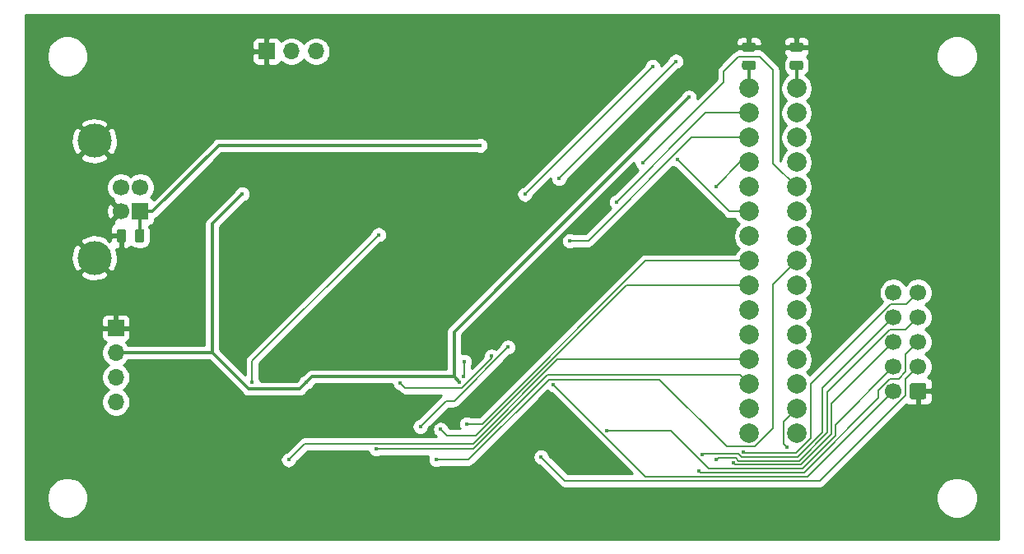
<source format=gbr>
G04 #@! TF.GenerationSoftware,KiCad,Pcbnew,(5.1.8)-1*
G04 #@! TF.CreationDate,2020-11-26T11:10:08+01:00*
G04 #@! TF.ProjectId,MM1_Writer,4d4d315f-5772-4697-9465-722e6b696361,R1*
G04 #@! TF.SameCoordinates,PX4692680PY3938700*
G04 #@! TF.FileFunction,Copper,L2,Bot*
G04 #@! TF.FilePolarity,Positive*
%FSLAX46Y46*%
G04 Gerber Fmt 4.6, Leading zero omitted, Abs format (unit mm)*
G04 Created by KiCad (PCBNEW (5.1.8)-1) date 2020-11-26 11:10:08*
%MOMM*%
%LPD*%
G01*
G04 APERTURE LIST*
G04 #@! TA.AperFunction,ComponentPad*
%ADD10C,2.000000*%
G04 #@! TD*
G04 #@! TA.AperFunction,ComponentPad*
%ADD11R,1.700000X1.700000*%
G04 #@! TD*
G04 #@! TA.AperFunction,ComponentPad*
%ADD12C,1.700000*%
G04 #@! TD*
G04 #@! TA.AperFunction,ComponentPad*
%ADD13C,3.500000*%
G04 #@! TD*
G04 #@! TA.AperFunction,ComponentPad*
%ADD14O,1.700000X1.700000*%
G04 #@! TD*
G04 #@! TA.AperFunction,ViaPad*
%ADD15C,0.450000*%
G04 #@! TD*
G04 #@! TA.AperFunction,Conductor*
%ADD16C,0.300000*%
G04 #@! TD*
G04 #@! TA.AperFunction,Conductor*
%ADD17C,0.200000*%
G04 #@! TD*
G04 #@! TA.AperFunction,Conductor*
%ADD18C,0.254000*%
G04 #@! TD*
G04 #@! TA.AperFunction,Conductor*
%ADD19C,0.100000*%
G04 #@! TD*
G04 APERTURE END LIST*
D10*
X80000000Y-8310000D03*
X75140000Y-8310000D03*
X80000000Y-10850000D03*
X75140000Y-10850000D03*
X80000000Y-13390000D03*
X75140000Y-13390000D03*
X80000000Y-15930000D03*
X75140000Y-15930000D03*
X80000000Y-18470000D03*
X75140000Y-18470000D03*
X80000000Y-21010000D03*
X75140000Y-21010000D03*
X80000000Y-23550000D03*
X75140000Y-23550000D03*
X80000000Y-26090000D03*
X75140000Y-26090000D03*
X80000000Y-28630000D03*
X75140000Y-28630000D03*
X80000000Y-31170000D03*
X75140000Y-31170000D03*
X80000000Y-33710000D03*
X75140000Y-33710000D03*
X80000000Y-36250000D03*
X75140000Y-36250000D03*
X80000000Y-38790000D03*
X75140000Y-38790000D03*
X80000000Y-41330000D03*
X75140000Y-41330000D03*
X80000000Y-43860000D03*
X75140000Y-43870000D03*
G04 #@! TA.AperFunction,SMDPad,CuDef*
G36*
G01*
X11050000Y-23043750D02*
X11050000Y-23956250D01*
G75*
G02*
X10806250Y-24200000I-243750J0D01*
G01*
X10318750Y-24200000D01*
G75*
G02*
X10075000Y-23956250I0J243750D01*
G01*
X10075000Y-23043750D01*
G75*
G02*
X10318750Y-22800000I243750J0D01*
G01*
X10806250Y-22800000D01*
G75*
G02*
X11050000Y-23043750I0J-243750D01*
G01*
G37*
G04 #@! TD.AperFunction*
G04 #@! TA.AperFunction,SMDPad,CuDef*
G36*
G01*
X12925000Y-23043750D02*
X12925000Y-23956250D01*
G75*
G02*
X12681250Y-24200000I-243750J0D01*
G01*
X12193750Y-24200000D01*
G75*
G02*
X11950000Y-23956250I0J243750D01*
G01*
X11950000Y-23043750D01*
G75*
G02*
X12193750Y-22800000I243750J0D01*
G01*
X12681250Y-22800000D01*
G75*
G02*
X12925000Y-23043750I0J-243750D01*
G01*
G37*
G04 #@! TD.AperFunction*
G04 #@! TA.AperFunction,SMDPad,CuDef*
G36*
G01*
X80456250Y-6425000D02*
X79543750Y-6425000D01*
G75*
G02*
X79300000Y-6181250I0J243750D01*
G01*
X79300000Y-5693750D01*
G75*
G02*
X79543750Y-5450000I243750J0D01*
G01*
X80456250Y-5450000D01*
G75*
G02*
X80700000Y-5693750I0J-243750D01*
G01*
X80700000Y-6181250D01*
G75*
G02*
X80456250Y-6425000I-243750J0D01*
G01*
G37*
G04 #@! TD.AperFunction*
G04 #@! TA.AperFunction,SMDPad,CuDef*
G36*
G01*
X80456250Y-4550000D02*
X79543750Y-4550000D01*
G75*
G02*
X79300000Y-4306250I0J243750D01*
G01*
X79300000Y-3818750D01*
G75*
G02*
X79543750Y-3575000I243750J0D01*
G01*
X80456250Y-3575000D01*
G75*
G02*
X80700000Y-3818750I0J-243750D01*
G01*
X80700000Y-4306250D01*
G75*
G02*
X80456250Y-4550000I-243750J0D01*
G01*
G37*
G04 #@! TD.AperFunction*
G04 #@! TA.AperFunction,SMDPad,CuDef*
G36*
G01*
X75556250Y-6425000D02*
X74643750Y-6425000D01*
G75*
G02*
X74400000Y-6181250I0J243750D01*
G01*
X74400000Y-5693750D01*
G75*
G02*
X74643750Y-5450000I243750J0D01*
G01*
X75556250Y-5450000D01*
G75*
G02*
X75800000Y-5693750I0J-243750D01*
G01*
X75800000Y-6181250D01*
G75*
G02*
X75556250Y-6425000I-243750J0D01*
G01*
G37*
G04 #@! TD.AperFunction*
G04 #@! TA.AperFunction,SMDPad,CuDef*
G36*
G01*
X75556250Y-4550000D02*
X74643750Y-4550000D01*
G75*
G02*
X74400000Y-4306250I0J243750D01*
G01*
X74400000Y-3818750D01*
G75*
G02*
X74643750Y-3575000I243750J0D01*
G01*
X75556250Y-3575000D01*
G75*
G02*
X75800000Y-3818750I0J-243750D01*
G01*
X75800000Y-4306250D01*
G75*
G02*
X75556250Y-4550000I-243750J0D01*
G01*
G37*
G04 #@! TD.AperFunction*
D11*
X12500000Y-21000000D03*
D12*
X12500000Y-18500000D03*
X10500000Y-18500000D03*
X10500000Y-21000000D03*
D13*
X7790000Y-25770000D03*
X7790000Y-13730000D03*
D11*
X10000000Y-33000000D03*
D14*
X10000000Y-35540000D03*
X10000000Y-38080000D03*
X10000000Y-40620000D03*
G04 #@! TA.AperFunction,ComponentPad*
G36*
G01*
X93350000Y-38900000D02*
X93350000Y-40100000D01*
G75*
G02*
X93100000Y-40350000I-250000J0D01*
G01*
X91900000Y-40350000D01*
G75*
G02*
X91650000Y-40100000I0J250000D01*
G01*
X91650000Y-38900000D01*
G75*
G02*
X91900000Y-38650000I250000J0D01*
G01*
X93100000Y-38650000D01*
G75*
G02*
X93350000Y-38900000I0J-250000D01*
G01*
G37*
G04 #@! TD.AperFunction*
D12*
X92500000Y-36960000D03*
X92500000Y-34420000D03*
X92500000Y-31880000D03*
X92500000Y-29340000D03*
X89960000Y-39500000D03*
X89960000Y-36960000D03*
X89960000Y-34420000D03*
X89960000Y-31880000D03*
X89960000Y-29340000D03*
D11*
X25500000Y-4500000D03*
D14*
X28040000Y-4500000D03*
X30580000Y-4500000D03*
D15*
X47434400Y-14184000D03*
X17560000Y-37410000D03*
X31410000Y-43930000D03*
X45240000Y-43350000D03*
X49090000Y-38000000D03*
X44500000Y-28500000D03*
X29596500Y-38571800D03*
X45334600Y-38564500D03*
X68919000Y-9234700D03*
X22970000Y-19190000D03*
X37000000Y-23386300D03*
X24020500Y-38583600D03*
X45843800Y-36436600D03*
X45756400Y-37985300D03*
X67715900Y-15636400D03*
X64167600Y-16000000D03*
X71697300Y-18400000D03*
X67600600Y-5522600D03*
X55569500Y-17600000D03*
X65202100Y-6076900D03*
X52053000Y-19226000D03*
X56676400Y-24029000D03*
X79025900Y-45285700D03*
X36751500Y-45462000D03*
X27750000Y-46580000D03*
X39259600Y-38684300D03*
X48594074Y-35911590D03*
X41302347Y-43145175D03*
X50320000Y-34980000D03*
X43397084Y-43444476D03*
X46080000Y-42880000D03*
X42930000Y-46540000D03*
X61466500Y-20000000D03*
X53723400Y-46285900D03*
X69987700Y-47755100D03*
X71773300Y-46553400D03*
X74559000Y-45741200D03*
X54972700Y-38854400D03*
X60502200Y-43566200D03*
X73521000Y-46893000D03*
X70321000Y-46070800D03*
D16*
X12500000Y-21000000D02*
X13750300Y-21000000D01*
X13750300Y-21000000D02*
X20566300Y-14184000D01*
X20566300Y-14184000D02*
X47434400Y-14184000D01*
X12500000Y-21019100D02*
X12500000Y-21000000D01*
X12500000Y-21019100D02*
X12500000Y-22250300D01*
X75100000Y-5937500D02*
X75100000Y-8270000D01*
X75100000Y-8270000D02*
X75140000Y-8310000D01*
X12500000Y-22250300D02*
X12437500Y-22312800D01*
X12437500Y-22312800D02*
X12437500Y-23500000D01*
X10000000Y-33000000D02*
X10000000Y-32374800D01*
X7790000Y-25770000D02*
X8292500Y-25770000D01*
X10500000Y-23437500D02*
X10562500Y-23500000D01*
X44774700Y-38004600D02*
X45334600Y-38564500D01*
X68919000Y-9234700D02*
X44774700Y-33379000D01*
X44774700Y-33379000D02*
X44774700Y-38004600D01*
X44774700Y-38004600D02*
X30163700Y-38004600D01*
X30163700Y-38004600D02*
X29596500Y-38571800D01*
X19884400Y-35540000D02*
X19884400Y-22275600D01*
X19884400Y-35540000D02*
X23615800Y-39271400D01*
X23615800Y-39271400D02*
X28896900Y-39271400D01*
X28896900Y-39271400D02*
X29596500Y-38571800D01*
X10000000Y-35540000D02*
X19884400Y-35540000D01*
X80000000Y-5937500D02*
X80000000Y-8310000D01*
X22970000Y-19190000D02*
X19884400Y-22275600D01*
D17*
X24020500Y-38583600D02*
X24020500Y-36365800D01*
X24020500Y-36365800D02*
X37000000Y-23386300D01*
X45843800Y-36436600D02*
X45843800Y-37897900D01*
X45843800Y-37897900D02*
X45756400Y-37985300D01*
X75140000Y-21010000D02*
X73089500Y-21010000D01*
X73089500Y-21010000D02*
X67715900Y-15636400D01*
X77570000Y-16040000D02*
X80000000Y-18470000D01*
X76207500Y-5067500D02*
X77570000Y-6430000D01*
X74012500Y-5067500D02*
X76207500Y-5067500D01*
X77570000Y-6430000D02*
X77570000Y-16040000D01*
X64167600Y-16000000D02*
X72525000Y-7642600D01*
X72525000Y-6555000D02*
X72525000Y-7642600D01*
X72525000Y-6555000D02*
X74012500Y-5067500D01*
X75140000Y-15930000D02*
X74167300Y-15930000D01*
X74167300Y-15930000D02*
X71697300Y-18400000D01*
X55569500Y-17600000D02*
X55569500Y-17553700D01*
X55569500Y-17553700D02*
X67600600Y-5522600D01*
X52053000Y-19226000D02*
X65202100Y-6076900D01*
X56676400Y-24029000D02*
X58580100Y-24029000D01*
X58580100Y-24029000D02*
X69219100Y-13390000D01*
X69219100Y-13390000D02*
X75140000Y-13390000D01*
X80000000Y-41330000D02*
X78649600Y-42680400D01*
X78649600Y-42680400D02*
X78649600Y-44909400D01*
X78649600Y-44909400D02*
X79025900Y-45285700D01*
X75140000Y-38790000D02*
X74189200Y-37839200D01*
X74189200Y-37839200D02*
X54395900Y-37839200D01*
X54395900Y-37839200D02*
X46773100Y-45462000D01*
X46773100Y-45462000D02*
X36751500Y-45462000D01*
X75140000Y-36250000D02*
X55419000Y-36250000D01*
X55419000Y-36250000D02*
X46738000Y-44931000D01*
X29399000Y-44931000D02*
X46738000Y-44931000D01*
X27750000Y-46580000D02*
X29399000Y-44931000D01*
X48594074Y-36128426D02*
X48594074Y-35911590D01*
X45532400Y-39190100D02*
X48594074Y-36128426D01*
X39765400Y-39190100D02*
X45532400Y-39190100D01*
X39259600Y-38684300D02*
X39765400Y-39190100D01*
X44780300Y-40519700D02*
X50320000Y-34980000D01*
X43927822Y-40519700D02*
X44780300Y-40519700D01*
X41302347Y-43145175D02*
X43927822Y-40519700D01*
X62472900Y-28630000D02*
X47009100Y-44093800D01*
X47009100Y-44093800D02*
X44046408Y-44093800D01*
X75140000Y-28630000D02*
X62472900Y-28630000D01*
X44046408Y-44093800D02*
X43397084Y-43444476D01*
X75140000Y-26090000D02*
X64446800Y-26090000D01*
X47656800Y-42880000D02*
X64446800Y-26090000D01*
X46080000Y-42880000D02*
X47656800Y-42880000D01*
X80000000Y-26090000D02*
X77570000Y-28520000D01*
X77570000Y-28520000D02*
X77570000Y-43311900D01*
X77570000Y-43311900D02*
X75692600Y-45189300D01*
X75692600Y-45189300D02*
X72835600Y-45189300D01*
X72835600Y-45189300D02*
X65932900Y-38286600D01*
X65932900Y-38286600D02*
X54514800Y-38286600D01*
X54514800Y-38286600D02*
X46261400Y-46540000D01*
X42930000Y-46540000D02*
X46261400Y-46540000D01*
X75140000Y-10850000D02*
X70616500Y-10850000D01*
X70616500Y-10850000D02*
X61466500Y-20000000D01*
X82391400Y-48738100D02*
X56175600Y-48738100D01*
X56175600Y-48738100D02*
X53723400Y-46285900D01*
X91199750Y-39929750D02*
X91199750Y-38260250D01*
X92500000Y-36960000D02*
X91199750Y-38260250D01*
X91199750Y-39929750D02*
X82391400Y-48738100D01*
X91230000Y-35690000D02*
X92500000Y-34420000D01*
X90520000Y-38230000D02*
X91230000Y-37520000D01*
X91230000Y-37520000D02*
X91230000Y-35690000D01*
X88409200Y-39388100D02*
X89567300Y-38230000D01*
X88409200Y-40218300D02*
X88409200Y-39388100D01*
X80757600Y-47869900D02*
X88409200Y-40218300D01*
X70102500Y-47869900D02*
X80757600Y-47869900D01*
X89567300Y-38230000D02*
X90520000Y-38230000D01*
X69987700Y-47755100D02*
X70102500Y-47869900D01*
X83173400Y-39579700D02*
X83173400Y-43755800D01*
X83173400Y-43755800D02*
X80260200Y-46669000D01*
X80260200Y-46669000D02*
X74039900Y-46669000D01*
X74039900Y-46669000D02*
X73738600Y-46367700D01*
X73738600Y-46367700D02*
X71959000Y-46367700D01*
X71959000Y-46367700D02*
X71773300Y-46553400D01*
X91228450Y-33151550D02*
X92500000Y-31880000D01*
X89601550Y-33151550D02*
X91228450Y-33151550D01*
X89601550Y-33151550D02*
X83173400Y-39579700D01*
X81467700Y-38736600D02*
X81467700Y-44319500D01*
X81467700Y-44319500D02*
X79964100Y-45823100D01*
X79964100Y-45823100D02*
X74640900Y-45823100D01*
X74640900Y-45823100D02*
X74559000Y-45741200D01*
X91277850Y-30562150D02*
X92500000Y-29340000D01*
X89642150Y-30562150D02*
X91277850Y-30562150D01*
X89642150Y-30562150D02*
X81467700Y-38736600D01*
X54972700Y-38854400D02*
X64429600Y-48311300D01*
X64429600Y-48311300D02*
X81148700Y-48311300D01*
X81148700Y-48311300D02*
X89960000Y-39500000D01*
X60502200Y-43566200D02*
X67073600Y-43566200D01*
X67073600Y-43566200D02*
X70977000Y-47469600D01*
X70977000Y-47469600D02*
X80591800Y-47469600D01*
X80591800Y-47469600D02*
X83974000Y-44087400D01*
X83974000Y-44087400D02*
X83974000Y-42946000D01*
X83974000Y-42946000D02*
X89960000Y-36960000D01*
X89960000Y-34420000D02*
X83573700Y-40806300D01*
X83573700Y-40806300D02*
X83573700Y-43921600D01*
X83573700Y-43921600D02*
X80426000Y-47069300D01*
X80426000Y-47069300D02*
X73697300Y-47069300D01*
X73697300Y-47069300D02*
X73521000Y-46893000D01*
X89960000Y-31880000D02*
X82631700Y-39208300D01*
X82631700Y-39208300D02*
X82631700Y-43731400D01*
X82631700Y-43731400D02*
X80094400Y-46268700D01*
X80094400Y-46268700D02*
X74333900Y-46268700D01*
X74333900Y-46268700D02*
X74022300Y-45957100D01*
X74022300Y-45957100D02*
X70434700Y-45957100D01*
X70434700Y-45957100D02*
X70321000Y-46070800D01*
D18*
X100790001Y-54790000D02*
X710000Y-54790000D01*
X710000Y-50289721D01*
X2865000Y-50289721D01*
X2865000Y-50710279D01*
X2947047Y-51122756D01*
X3107988Y-51511302D01*
X3341637Y-51860983D01*
X3639017Y-52158363D01*
X3988698Y-52392012D01*
X4377244Y-52552953D01*
X4789721Y-52635000D01*
X5210279Y-52635000D01*
X5622756Y-52552953D01*
X6011302Y-52392012D01*
X6360983Y-52158363D01*
X6658363Y-51860983D01*
X6892012Y-51511302D01*
X7052953Y-51122756D01*
X7135000Y-50710279D01*
X7135000Y-50289721D01*
X94365000Y-50289721D01*
X94365000Y-50710279D01*
X94447047Y-51122756D01*
X94607988Y-51511302D01*
X94841637Y-51860983D01*
X95139017Y-52158363D01*
X95488698Y-52392012D01*
X95877244Y-52552953D01*
X96289721Y-52635000D01*
X96710279Y-52635000D01*
X97122756Y-52552953D01*
X97511302Y-52392012D01*
X97860983Y-52158363D01*
X98158363Y-51860983D01*
X98392012Y-51511302D01*
X98552953Y-51122756D01*
X98635000Y-50710279D01*
X98635000Y-50289721D01*
X98552953Y-49877244D01*
X98392012Y-49488698D01*
X98158363Y-49139017D01*
X97860983Y-48841637D01*
X97511302Y-48607988D01*
X97122756Y-48447047D01*
X96710279Y-48365000D01*
X96289721Y-48365000D01*
X95877244Y-48447047D01*
X95488698Y-48607988D01*
X95139017Y-48841637D01*
X94841637Y-49139017D01*
X94607988Y-49488698D01*
X94447047Y-49877244D01*
X94365000Y-50289721D01*
X7135000Y-50289721D01*
X7052953Y-49877244D01*
X6892012Y-49488698D01*
X6658363Y-49139017D01*
X6360983Y-48841637D01*
X6011302Y-48607988D01*
X5622756Y-48447047D01*
X5210279Y-48365000D01*
X4789721Y-48365000D01*
X4377244Y-48447047D01*
X3988698Y-48607988D01*
X3639017Y-48841637D01*
X3341637Y-49139017D01*
X3107988Y-49488698D01*
X2947047Y-49877244D01*
X2865000Y-50289721D01*
X710000Y-50289721D01*
X710000Y-33850000D01*
X8511928Y-33850000D01*
X8524188Y-33974482D01*
X8560498Y-34094180D01*
X8619463Y-34204494D01*
X8698815Y-34301185D01*
X8795506Y-34380537D01*
X8905820Y-34439502D01*
X8978380Y-34461513D01*
X8846525Y-34593368D01*
X8684010Y-34836589D01*
X8572068Y-35106842D01*
X8515000Y-35393740D01*
X8515000Y-35686260D01*
X8572068Y-35973158D01*
X8684010Y-36243411D01*
X8846525Y-36486632D01*
X9053368Y-36693475D01*
X9227760Y-36810000D01*
X9053368Y-36926525D01*
X8846525Y-37133368D01*
X8684010Y-37376589D01*
X8572068Y-37646842D01*
X8515000Y-37933740D01*
X8515000Y-38226260D01*
X8572068Y-38513158D01*
X8684010Y-38783411D01*
X8846525Y-39026632D01*
X9053368Y-39233475D01*
X9227760Y-39350000D01*
X9053368Y-39466525D01*
X8846525Y-39673368D01*
X8684010Y-39916589D01*
X8572068Y-40186842D01*
X8515000Y-40473740D01*
X8515000Y-40766260D01*
X8572068Y-41053158D01*
X8684010Y-41323411D01*
X8846525Y-41566632D01*
X9053368Y-41773475D01*
X9296589Y-41935990D01*
X9566842Y-42047932D01*
X9853740Y-42105000D01*
X10146260Y-42105000D01*
X10433158Y-42047932D01*
X10703411Y-41935990D01*
X10946632Y-41773475D01*
X11153475Y-41566632D01*
X11315990Y-41323411D01*
X11427932Y-41053158D01*
X11485000Y-40766260D01*
X11485000Y-40473740D01*
X11427932Y-40186842D01*
X11315990Y-39916589D01*
X11153475Y-39673368D01*
X10946632Y-39466525D01*
X10772240Y-39350000D01*
X10946632Y-39233475D01*
X11153475Y-39026632D01*
X11315990Y-38783411D01*
X11427932Y-38513158D01*
X11485000Y-38226260D01*
X11485000Y-37933740D01*
X11427932Y-37646842D01*
X11315990Y-37376589D01*
X11153475Y-37133368D01*
X10946632Y-36926525D01*
X10772240Y-36810000D01*
X10946632Y-36693475D01*
X11153475Y-36486632D01*
X11261474Y-36325000D01*
X19559243Y-36325000D01*
X23033458Y-39799216D01*
X23058036Y-39829164D01*
X23087984Y-39853742D01*
X23087987Y-39853745D01*
X23098452Y-39862333D01*
X23177567Y-39927262D01*
X23313940Y-40000154D01*
X23427472Y-40034594D01*
X23461912Y-40045041D01*
X23476290Y-40046457D01*
X23577239Y-40056400D01*
X23577246Y-40056400D01*
X23615799Y-40060197D01*
X23654352Y-40056400D01*
X28858347Y-40056400D01*
X28896900Y-40060197D01*
X28935453Y-40056400D01*
X28935461Y-40056400D01*
X29050787Y-40045041D01*
X29198760Y-40000154D01*
X29335133Y-39927262D01*
X29454664Y-39829164D01*
X29479247Y-39799210D01*
X29902583Y-39375874D01*
X30003863Y-39333922D01*
X30144718Y-39239805D01*
X30264505Y-39120018D01*
X30358622Y-38979163D01*
X30400573Y-38877884D01*
X30488858Y-38789600D01*
X38403697Y-38789600D01*
X38432649Y-38935153D01*
X38497478Y-39091663D01*
X38591595Y-39232518D01*
X38711382Y-39352305D01*
X38852237Y-39446422D01*
X39008747Y-39511251D01*
X39056629Y-39520775D01*
X39220146Y-39684292D01*
X39243162Y-39712338D01*
X39355080Y-39804187D01*
X39482767Y-39872437D01*
X39621315Y-39914465D01*
X39729295Y-39925100D01*
X39729304Y-39925100D01*
X39765399Y-39928655D01*
X39801494Y-39925100D01*
X43493757Y-39925100D01*
X43405584Y-39997462D01*
X43382568Y-40025507D01*
X41099376Y-42308700D01*
X41051494Y-42318224D01*
X40894984Y-42383053D01*
X40754129Y-42477170D01*
X40634342Y-42596957D01*
X40540225Y-42737812D01*
X40475396Y-42894322D01*
X40442347Y-43060472D01*
X40442347Y-43229878D01*
X40475396Y-43396028D01*
X40540225Y-43552538D01*
X40634342Y-43693393D01*
X40754129Y-43813180D01*
X40894984Y-43907297D01*
X41051494Y-43972126D01*
X41217644Y-44005175D01*
X41387050Y-44005175D01*
X41553200Y-43972126D01*
X41709710Y-43907297D01*
X41850565Y-43813180D01*
X41970352Y-43693393D01*
X42064469Y-43552538D01*
X42129298Y-43396028D01*
X42138822Y-43348146D01*
X44232269Y-41254700D01*
X44744195Y-41254700D01*
X44780300Y-41258256D01*
X44816405Y-41254700D01*
X44924385Y-41244065D01*
X45062933Y-41202037D01*
X45190620Y-41133787D01*
X45302538Y-41041938D01*
X45325559Y-41013887D01*
X50522972Y-35816475D01*
X50570853Y-35806951D01*
X50727363Y-35742122D01*
X50868218Y-35648005D01*
X50988005Y-35528218D01*
X51082122Y-35387363D01*
X51146951Y-35230853D01*
X51180000Y-35064703D01*
X51180000Y-34895297D01*
X51146951Y-34729147D01*
X51082122Y-34572637D01*
X50988005Y-34431782D01*
X50868218Y-34311995D01*
X50727363Y-34217878D01*
X50570853Y-34153049D01*
X50404703Y-34120000D01*
X50235297Y-34120000D01*
X50069147Y-34153049D01*
X49912637Y-34217878D01*
X49771782Y-34311995D01*
X49651995Y-34431782D01*
X49557878Y-34572637D01*
X49493049Y-34729147D01*
X49483525Y-34777028D01*
X49067166Y-35193387D01*
X49001437Y-35149468D01*
X48844927Y-35084639D01*
X48678777Y-35051590D01*
X48509371Y-35051590D01*
X48343221Y-35084639D01*
X48186711Y-35149468D01*
X48045856Y-35243585D01*
X47926069Y-35363372D01*
X47831952Y-35504227D01*
X47767123Y-35660737D01*
X47734074Y-35826887D01*
X47734074Y-35948979D01*
X46578800Y-37104253D01*
X46578800Y-36884554D01*
X46605922Y-36843963D01*
X46670751Y-36687453D01*
X46703800Y-36521303D01*
X46703800Y-36351897D01*
X46670751Y-36185747D01*
X46605922Y-36029237D01*
X46511805Y-35888382D01*
X46392018Y-35768595D01*
X46251163Y-35674478D01*
X46094653Y-35609649D01*
X45928503Y-35576600D01*
X45759097Y-35576600D01*
X45592947Y-35609649D01*
X45559700Y-35623420D01*
X45559700Y-33704157D01*
X63307600Y-15956257D01*
X63307600Y-16084703D01*
X63340649Y-16250853D01*
X63405478Y-16407363D01*
X63499595Y-16548218D01*
X63619382Y-16668005D01*
X63703106Y-16723948D01*
X61263529Y-19163525D01*
X61215647Y-19173049D01*
X61059137Y-19237878D01*
X60918282Y-19331995D01*
X60798495Y-19451782D01*
X60704378Y-19592637D01*
X60639549Y-19749147D01*
X60606500Y-19915297D01*
X60606500Y-20084703D01*
X60639549Y-20250853D01*
X60704378Y-20407363D01*
X60798495Y-20548218D01*
X60909965Y-20659688D01*
X58275654Y-23294000D01*
X57124354Y-23294000D01*
X57083763Y-23266878D01*
X56927253Y-23202049D01*
X56761103Y-23169000D01*
X56591697Y-23169000D01*
X56425547Y-23202049D01*
X56269037Y-23266878D01*
X56128182Y-23360995D01*
X56008395Y-23480782D01*
X55914278Y-23621637D01*
X55849449Y-23778147D01*
X55816400Y-23944297D01*
X55816400Y-24113703D01*
X55849449Y-24279853D01*
X55914278Y-24436363D01*
X56008395Y-24577218D01*
X56128182Y-24697005D01*
X56269037Y-24791122D01*
X56425547Y-24855951D01*
X56591697Y-24889000D01*
X56761103Y-24889000D01*
X56927253Y-24855951D01*
X57083763Y-24791122D01*
X57124354Y-24764000D01*
X58543995Y-24764000D01*
X58580100Y-24767556D01*
X58616205Y-24764000D01*
X58724185Y-24753365D01*
X58862733Y-24711337D01*
X58990420Y-24643087D01*
X59102338Y-24551238D01*
X59125359Y-24523187D01*
X67273462Y-16375085D01*
X67308537Y-16398522D01*
X67465047Y-16463351D01*
X67512929Y-16472875D01*
X72544246Y-21504193D01*
X72567262Y-21532238D01*
X72679180Y-21624087D01*
X72806867Y-21692337D01*
X72890926Y-21717836D01*
X72945414Y-21734365D01*
X73089500Y-21748556D01*
X73125605Y-21745000D01*
X73674736Y-21745000D01*
X73691082Y-21784463D01*
X73870013Y-22052252D01*
X74097748Y-22279987D01*
X74097767Y-22280000D01*
X74097748Y-22280013D01*
X73870013Y-22507748D01*
X73691082Y-22775537D01*
X73567832Y-23073088D01*
X73505000Y-23388967D01*
X73505000Y-23711033D01*
X73567832Y-24026912D01*
X73691082Y-24324463D01*
X73870013Y-24592252D01*
X74097748Y-24819987D01*
X74097767Y-24820000D01*
X74097748Y-24820013D01*
X73870013Y-25047748D01*
X73691082Y-25315537D01*
X73674736Y-25355000D01*
X64482905Y-25355000D01*
X64446800Y-25351444D01*
X64302715Y-25365635D01*
X64164166Y-25407663D01*
X64036480Y-25475913D01*
X63924562Y-25567762D01*
X63901546Y-25595807D01*
X47352354Y-42145000D01*
X46527954Y-42145000D01*
X46487363Y-42117878D01*
X46330853Y-42053049D01*
X46164703Y-42020000D01*
X45995297Y-42020000D01*
X45829147Y-42053049D01*
X45672637Y-42117878D01*
X45531782Y-42211995D01*
X45411995Y-42331782D01*
X45317878Y-42472637D01*
X45253049Y-42629147D01*
X45220000Y-42795297D01*
X45220000Y-42964703D01*
X45253049Y-43130853D01*
X45317878Y-43287363D01*
X45365611Y-43358800D01*
X44350855Y-43358800D01*
X44233559Y-43241505D01*
X44224035Y-43193623D01*
X44159206Y-43037113D01*
X44065089Y-42896258D01*
X43945302Y-42776471D01*
X43804447Y-42682354D01*
X43647937Y-42617525D01*
X43481787Y-42584476D01*
X43312381Y-42584476D01*
X43146231Y-42617525D01*
X42989721Y-42682354D01*
X42848866Y-42776471D01*
X42729079Y-42896258D01*
X42634962Y-43037113D01*
X42570133Y-43193623D01*
X42537084Y-43359773D01*
X42537084Y-43529179D01*
X42570133Y-43695329D01*
X42634962Y-43851839D01*
X42729079Y-43992694D01*
X42848866Y-44112481D01*
X42973860Y-44196000D01*
X29435096Y-44196000D01*
X29398999Y-44192445D01*
X29362902Y-44196000D01*
X29362895Y-44196000D01*
X29269132Y-44205235D01*
X29254914Y-44206635D01*
X29212886Y-44219384D01*
X29116367Y-44248663D01*
X28988680Y-44316913D01*
X28876762Y-44408762D01*
X28853746Y-44436807D01*
X27547029Y-45743525D01*
X27499147Y-45753049D01*
X27342637Y-45817878D01*
X27201782Y-45911995D01*
X27081995Y-46031782D01*
X26987878Y-46172637D01*
X26923049Y-46329147D01*
X26890000Y-46495297D01*
X26890000Y-46664703D01*
X26923049Y-46830853D01*
X26987878Y-46987363D01*
X27081995Y-47128218D01*
X27201782Y-47248005D01*
X27342637Y-47342122D01*
X27499147Y-47406951D01*
X27665297Y-47440000D01*
X27834703Y-47440000D01*
X28000853Y-47406951D01*
X28157363Y-47342122D01*
X28298218Y-47248005D01*
X28418005Y-47128218D01*
X28512122Y-46987363D01*
X28576951Y-46830853D01*
X28586475Y-46782971D01*
X29703447Y-45666000D01*
X35915229Y-45666000D01*
X35924549Y-45712853D01*
X35989378Y-45869363D01*
X36083495Y-46010218D01*
X36203282Y-46130005D01*
X36344137Y-46224122D01*
X36500647Y-46288951D01*
X36666797Y-46322000D01*
X36836203Y-46322000D01*
X37002353Y-46288951D01*
X37158863Y-46224122D01*
X37199454Y-46197000D01*
X42141218Y-46197000D01*
X42103049Y-46289147D01*
X42070000Y-46455297D01*
X42070000Y-46624703D01*
X42103049Y-46790853D01*
X42167878Y-46947363D01*
X42261995Y-47088218D01*
X42381782Y-47208005D01*
X42522637Y-47302122D01*
X42679147Y-47366951D01*
X42845297Y-47400000D01*
X43014703Y-47400000D01*
X43180853Y-47366951D01*
X43337363Y-47302122D01*
X43377954Y-47275000D01*
X46225295Y-47275000D01*
X46261400Y-47278556D01*
X46297505Y-47275000D01*
X46405485Y-47264365D01*
X46544033Y-47222337D01*
X46671720Y-47154087D01*
X46783638Y-47062238D01*
X46806659Y-47034187D01*
X54371462Y-39469385D01*
X54424482Y-39522405D01*
X54565337Y-39616522D01*
X54721847Y-39681351D01*
X54769729Y-39690875D01*
X63081953Y-48003100D01*
X56480047Y-48003100D01*
X54559875Y-46082929D01*
X54550351Y-46035047D01*
X54485522Y-45878537D01*
X54391405Y-45737682D01*
X54271618Y-45617895D01*
X54130763Y-45523778D01*
X53974253Y-45458949D01*
X53808103Y-45425900D01*
X53638697Y-45425900D01*
X53472547Y-45458949D01*
X53316037Y-45523778D01*
X53175182Y-45617895D01*
X53055395Y-45737682D01*
X52961278Y-45878537D01*
X52896449Y-46035047D01*
X52863400Y-46201197D01*
X52863400Y-46370603D01*
X52896449Y-46536753D01*
X52961278Y-46693263D01*
X53055395Y-46834118D01*
X53175182Y-46953905D01*
X53316037Y-47048022D01*
X53472547Y-47112851D01*
X53520429Y-47122375D01*
X55630346Y-49232293D01*
X55653362Y-49260338D01*
X55765280Y-49352187D01*
X55892967Y-49420437D01*
X56031515Y-49462465D01*
X56139495Y-49473100D01*
X56139504Y-49473100D01*
X56175599Y-49476655D01*
X56211694Y-49473100D01*
X82355295Y-49473100D01*
X82391400Y-49476656D01*
X82427505Y-49473100D01*
X82535485Y-49462465D01*
X82674033Y-49420437D01*
X82801720Y-49352187D01*
X82913638Y-49260338D01*
X82936659Y-49232287D01*
X91291609Y-40877338D01*
X91295506Y-40880537D01*
X91405820Y-40939502D01*
X91525518Y-40975812D01*
X91650000Y-40988072D01*
X92214250Y-40985000D01*
X92373000Y-40826250D01*
X92373000Y-39627000D01*
X92627000Y-39627000D01*
X92627000Y-40826250D01*
X92785750Y-40985000D01*
X93350000Y-40988072D01*
X93474482Y-40975812D01*
X93594180Y-40939502D01*
X93704494Y-40880537D01*
X93801185Y-40801185D01*
X93880537Y-40704494D01*
X93939502Y-40594180D01*
X93975812Y-40474482D01*
X93988072Y-40350000D01*
X93985000Y-39785750D01*
X93826250Y-39627000D01*
X92627000Y-39627000D01*
X92373000Y-39627000D01*
X92353000Y-39627000D01*
X92353000Y-39373000D01*
X92373000Y-39373000D01*
X92373000Y-39353000D01*
X92627000Y-39353000D01*
X92627000Y-39373000D01*
X93826250Y-39373000D01*
X93985000Y-39214250D01*
X93988072Y-38650000D01*
X93975812Y-38525518D01*
X93939502Y-38405820D01*
X93880537Y-38295506D01*
X93801185Y-38198815D01*
X93704494Y-38119463D01*
X93594180Y-38060498D01*
X93521620Y-38038487D01*
X93653475Y-37906632D01*
X93815990Y-37663411D01*
X93927932Y-37393158D01*
X93985000Y-37106260D01*
X93985000Y-36813740D01*
X93927932Y-36526842D01*
X93815990Y-36256589D01*
X93653475Y-36013368D01*
X93446632Y-35806525D01*
X93272240Y-35690000D01*
X93446632Y-35573475D01*
X93653475Y-35366632D01*
X93815990Y-35123411D01*
X93927932Y-34853158D01*
X93985000Y-34566260D01*
X93985000Y-34273740D01*
X93927932Y-33986842D01*
X93815990Y-33716589D01*
X93653475Y-33473368D01*
X93446632Y-33266525D01*
X93272240Y-33150000D01*
X93446632Y-33033475D01*
X93653475Y-32826632D01*
X93815990Y-32583411D01*
X93927932Y-32313158D01*
X93985000Y-32026260D01*
X93985000Y-31733740D01*
X93927932Y-31446842D01*
X93815990Y-31176589D01*
X93653475Y-30933368D01*
X93446632Y-30726525D01*
X93272240Y-30610000D01*
X93446632Y-30493475D01*
X93653475Y-30286632D01*
X93815990Y-30043411D01*
X93927932Y-29773158D01*
X93985000Y-29486260D01*
X93985000Y-29193740D01*
X93927932Y-28906842D01*
X93815990Y-28636589D01*
X93653475Y-28393368D01*
X93446632Y-28186525D01*
X93203411Y-28024010D01*
X92933158Y-27912068D01*
X92646260Y-27855000D01*
X92353740Y-27855000D01*
X92066842Y-27912068D01*
X91796589Y-28024010D01*
X91553368Y-28186525D01*
X91346525Y-28393368D01*
X91230000Y-28567760D01*
X91113475Y-28393368D01*
X90906632Y-28186525D01*
X90663411Y-28024010D01*
X90393158Y-27912068D01*
X90106260Y-27855000D01*
X89813740Y-27855000D01*
X89526842Y-27912068D01*
X89256589Y-28024010D01*
X89013368Y-28186525D01*
X88806525Y-28393368D01*
X88644010Y-28636589D01*
X88532068Y-28906842D01*
X88475000Y-29193740D01*
X88475000Y-29486260D01*
X88532068Y-29773158D01*
X88644010Y-30043411D01*
X88806525Y-30286632D01*
X88842373Y-30322480D01*
X81328915Y-37835939D01*
X81269987Y-37747748D01*
X81042252Y-37520013D01*
X81042233Y-37520000D01*
X81042252Y-37519987D01*
X81269987Y-37292252D01*
X81448918Y-37024463D01*
X81572168Y-36726912D01*
X81635000Y-36411033D01*
X81635000Y-36088967D01*
X81572168Y-35773088D01*
X81448918Y-35475537D01*
X81269987Y-35207748D01*
X81042252Y-34980013D01*
X81042233Y-34980000D01*
X81042252Y-34979987D01*
X81269987Y-34752252D01*
X81448918Y-34484463D01*
X81572168Y-34186912D01*
X81635000Y-33871033D01*
X81635000Y-33548967D01*
X81572168Y-33233088D01*
X81448918Y-32935537D01*
X81269987Y-32667748D01*
X81042252Y-32440013D01*
X81042233Y-32440000D01*
X81042252Y-32439987D01*
X81269987Y-32212252D01*
X81448918Y-31944463D01*
X81572168Y-31646912D01*
X81635000Y-31331033D01*
X81635000Y-31008967D01*
X81572168Y-30693088D01*
X81448918Y-30395537D01*
X81269987Y-30127748D01*
X81042252Y-29900013D01*
X81042233Y-29900000D01*
X81042252Y-29899987D01*
X81269987Y-29672252D01*
X81448918Y-29404463D01*
X81572168Y-29106912D01*
X81635000Y-28791033D01*
X81635000Y-28468967D01*
X81572168Y-28153088D01*
X81448918Y-27855537D01*
X81269987Y-27587748D01*
X81042252Y-27360013D01*
X81042233Y-27360000D01*
X81042252Y-27359987D01*
X81269987Y-27132252D01*
X81448918Y-26864463D01*
X81572168Y-26566912D01*
X81635000Y-26251033D01*
X81635000Y-25928967D01*
X81572168Y-25613088D01*
X81448918Y-25315537D01*
X81269987Y-25047748D01*
X81042252Y-24820013D01*
X81042233Y-24820000D01*
X81042252Y-24819987D01*
X81269987Y-24592252D01*
X81448918Y-24324463D01*
X81572168Y-24026912D01*
X81635000Y-23711033D01*
X81635000Y-23388967D01*
X81572168Y-23073088D01*
X81448918Y-22775537D01*
X81269987Y-22507748D01*
X81042252Y-22280013D01*
X81042233Y-22280000D01*
X81042252Y-22279987D01*
X81269987Y-22052252D01*
X81448918Y-21784463D01*
X81572168Y-21486912D01*
X81635000Y-21171033D01*
X81635000Y-20848967D01*
X81572168Y-20533088D01*
X81448918Y-20235537D01*
X81269987Y-19967748D01*
X81042252Y-19740013D01*
X81042233Y-19740000D01*
X81042252Y-19739987D01*
X81269987Y-19512252D01*
X81448918Y-19244463D01*
X81572168Y-18946912D01*
X81635000Y-18631033D01*
X81635000Y-18308967D01*
X81572168Y-17993088D01*
X81448918Y-17695537D01*
X81269987Y-17427748D01*
X81042252Y-17200013D01*
X81042233Y-17200000D01*
X81042252Y-17199987D01*
X81269987Y-16972252D01*
X81448918Y-16704463D01*
X81572168Y-16406912D01*
X81635000Y-16091033D01*
X81635000Y-15768967D01*
X81572168Y-15453088D01*
X81448918Y-15155537D01*
X81269987Y-14887748D01*
X81042252Y-14660013D01*
X81042233Y-14660000D01*
X81042252Y-14659987D01*
X81269987Y-14432252D01*
X81448918Y-14164463D01*
X81572168Y-13866912D01*
X81635000Y-13551033D01*
X81635000Y-13228967D01*
X81572168Y-12913088D01*
X81448918Y-12615537D01*
X81269987Y-12347748D01*
X81042252Y-12120013D01*
X81042233Y-12120000D01*
X81042252Y-12119987D01*
X81269987Y-11892252D01*
X81448918Y-11624463D01*
X81572168Y-11326912D01*
X81635000Y-11011033D01*
X81635000Y-10688967D01*
X81572168Y-10373088D01*
X81448918Y-10075537D01*
X81269987Y-9807748D01*
X81042252Y-9580013D01*
X81042233Y-9580000D01*
X81042252Y-9579987D01*
X81269987Y-9352252D01*
X81448918Y-9084463D01*
X81572168Y-8786912D01*
X81635000Y-8471033D01*
X81635000Y-8148967D01*
X81572168Y-7833088D01*
X81448918Y-7535537D01*
X81269987Y-7267748D01*
X81042252Y-7040013D01*
X80895153Y-6941724D01*
X80946164Y-6914458D01*
X81079792Y-6804792D01*
X81189458Y-6671164D01*
X81270947Y-6518709D01*
X81321128Y-6353285D01*
X81338072Y-6181250D01*
X81338072Y-5693750D01*
X81321128Y-5521715D01*
X81270947Y-5356291D01*
X81189458Y-5203836D01*
X81079792Y-5070208D01*
X81073436Y-5064992D01*
X81151185Y-5001185D01*
X81230537Y-4904494D01*
X81289502Y-4794180D01*
X81290854Y-4789721D01*
X94365000Y-4789721D01*
X94365000Y-5210279D01*
X94447047Y-5622756D01*
X94607988Y-6011302D01*
X94841637Y-6360983D01*
X95139017Y-6658363D01*
X95488698Y-6892012D01*
X95877244Y-7052953D01*
X96289721Y-7135000D01*
X96710279Y-7135000D01*
X97122756Y-7052953D01*
X97511302Y-6892012D01*
X97860983Y-6658363D01*
X98158363Y-6360983D01*
X98392012Y-6011302D01*
X98552953Y-5622756D01*
X98635000Y-5210279D01*
X98635000Y-4789721D01*
X98552953Y-4377244D01*
X98392012Y-3988698D01*
X98158363Y-3639017D01*
X97860983Y-3341637D01*
X97511302Y-3107988D01*
X97122756Y-2947047D01*
X96710279Y-2865000D01*
X96289721Y-2865000D01*
X95877244Y-2947047D01*
X95488698Y-3107988D01*
X95139017Y-3341637D01*
X94841637Y-3639017D01*
X94607988Y-3988698D01*
X94447047Y-4377244D01*
X94365000Y-4789721D01*
X81290854Y-4789721D01*
X81325812Y-4674482D01*
X81338072Y-4550000D01*
X81335000Y-4348250D01*
X81176250Y-4189500D01*
X80127000Y-4189500D01*
X80127000Y-4209500D01*
X79873000Y-4209500D01*
X79873000Y-4189500D01*
X78823750Y-4189500D01*
X78665000Y-4348250D01*
X78661928Y-4550000D01*
X78674188Y-4674482D01*
X78710498Y-4794180D01*
X78769463Y-4904494D01*
X78848815Y-5001185D01*
X78926564Y-5064992D01*
X78920208Y-5070208D01*
X78810542Y-5203836D01*
X78729053Y-5356291D01*
X78678872Y-5521715D01*
X78661928Y-5693750D01*
X78661928Y-6181250D01*
X78678872Y-6353285D01*
X78729053Y-6518709D01*
X78810542Y-6671164D01*
X78920208Y-6804792D01*
X79053836Y-6914458D01*
X79104847Y-6941724D01*
X78957748Y-7040013D01*
X78730013Y-7267748D01*
X78551082Y-7535537D01*
X78427832Y-7833088D01*
X78365000Y-8148967D01*
X78365000Y-8471033D01*
X78427832Y-8786912D01*
X78551082Y-9084463D01*
X78730013Y-9352252D01*
X78957748Y-9579987D01*
X78957767Y-9580000D01*
X78957748Y-9580013D01*
X78730013Y-9807748D01*
X78551082Y-10075537D01*
X78427832Y-10373088D01*
X78365000Y-10688967D01*
X78365000Y-11011033D01*
X78427832Y-11326912D01*
X78551082Y-11624463D01*
X78730013Y-11892252D01*
X78957748Y-12119987D01*
X78957767Y-12120000D01*
X78957748Y-12120013D01*
X78730013Y-12347748D01*
X78551082Y-12615537D01*
X78427832Y-12913088D01*
X78365000Y-13228967D01*
X78365000Y-13551033D01*
X78427832Y-13866912D01*
X78551082Y-14164463D01*
X78730013Y-14432252D01*
X78957748Y-14659987D01*
X78957767Y-14660000D01*
X78957748Y-14660013D01*
X78730013Y-14887748D01*
X78551082Y-15155537D01*
X78427832Y-15453088D01*
X78365000Y-15768967D01*
X78365000Y-15795554D01*
X78305000Y-15735554D01*
X78305000Y-6466105D01*
X78308556Y-6430000D01*
X78294365Y-6285914D01*
X78252337Y-6147368D01*
X78252337Y-6147367D01*
X78184087Y-6019680D01*
X78118286Y-5939502D01*
X78115253Y-5935806D01*
X78115250Y-5935803D01*
X78092237Y-5907762D01*
X78064197Y-5884750D01*
X76752758Y-4573312D01*
X76729738Y-4545262D01*
X76617820Y-4453413D01*
X76490133Y-4385163D01*
X76435309Y-4368532D01*
X76435000Y-4348250D01*
X76276250Y-4189500D01*
X75227000Y-4189500D01*
X75227000Y-4209500D01*
X74973000Y-4209500D01*
X74973000Y-4189500D01*
X73923750Y-4189500D01*
X73765000Y-4348250D01*
X73764598Y-4374627D01*
X73729866Y-4385163D01*
X73602180Y-4453413D01*
X73490262Y-4545262D01*
X73467246Y-4573307D01*
X72030808Y-6009746D01*
X72002762Y-6032763D01*
X71910913Y-6144681D01*
X71842663Y-6272368D01*
X71825862Y-6327753D01*
X71800635Y-6410915D01*
X71786444Y-6555000D01*
X71790000Y-6591106D01*
X71790001Y-7338152D01*
X69771613Y-9356540D01*
X69779000Y-9319403D01*
X69779000Y-9149997D01*
X69745951Y-8983847D01*
X69681122Y-8827337D01*
X69587005Y-8686482D01*
X69467218Y-8566695D01*
X69326363Y-8472578D01*
X69169853Y-8407749D01*
X69003703Y-8374700D01*
X68834297Y-8374700D01*
X68668147Y-8407749D01*
X68511637Y-8472578D01*
X68370782Y-8566695D01*
X68250995Y-8686482D01*
X68156878Y-8827337D01*
X68114926Y-8928617D01*
X44246890Y-32796653D01*
X44216936Y-32821236D01*
X44118838Y-32940768D01*
X44045946Y-33077141D01*
X44001059Y-33225114D01*
X43989700Y-33340440D01*
X43989700Y-33340447D01*
X43985903Y-33379000D01*
X43989700Y-33417553D01*
X43989701Y-37219600D01*
X30202255Y-37219600D01*
X30163700Y-37215803D01*
X30125144Y-37219600D01*
X30125139Y-37219600D01*
X30084726Y-37223580D01*
X30009813Y-37230958D01*
X29861840Y-37275846D01*
X29725467Y-37348738D01*
X29691531Y-37376589D01*
X29635887Y-37422255D01*
X29635884Y-37422258D01*
X29605936Y-37446836D01*
X29581357Y-37476785D01*
X29290416Y-37767727D01*
X29189137Y-37809678D01*
X29048282Y-37903795D01*
X28928495Y-38023582D01*
X28834378Y-38164437D01*
X28792426Y-38265717D01*
X28571743Y-38486400D01*
X24878014Y-38486400D01*
X24847451Y-38332747D01*
X24782622Y-38176237D01*
X24755500Y-38135646D01*
X24755500Y-36670246D01*
X37202972Y-24222775D01*
X37250853Y-24213251D01*
X37407363Y-24148422D01*
X37548218Y-24054305D01*
X37668005Y-23934518D01*
X37762122Y-23793663D01*
X37826951Y-23637153D01*
X37860000Y-23471003D01*
X37860000Y-23301597D01*
X37826951Y-23135447D01*
X37762122Y-22978937D01*
X37668005Y-22838082D01*
X37548218Y-22718295D01*
X37407363Y-22624178D01*
X37250853Y-22559349D01*
X37084703Y-22526300D01*
X36915297Y-22526300D01*
X36749147Y-22559349D01*
X36592637Y-22624178D01*
X36451782Y-22718295D01*
X36331995Y-22838082D01*
X36237878Y-22978937D01*
X36173049Y-23135447D01*
X36163525Y-23183328D01*
X23526308Y-35820546D01*
X23498263Y-35843562D01*
X23406414Y-35955480D01*
X23368571Y-36026280D01*
X23338164Y-36083167D01*
X23296135Y-36221715D01*
X23281944Y-36365800D01*
X23285501Y-36401915D01*
X23285500Y-37830943D01*
X20669400Y-35214843D01*
X20669400Y-22600757D01*
X23276085Y-19994073D01*
X23377363Y-19952122D01*
X23518218Y-19858005D01*
X23638005Y-19738218D01*
X23732122Y-19597363D01*
X23796951Y-19440853D01*
X23830000Y-19274703D01*
X23830000Y-19141297D01*
X51193000Y-19141297D01*
X51193000Y-19310703D01*
X51226049Y-19476853D01*
X51290878Y-19633363D01*
X51384995Y-19774218D01*
X51504782Y-19894005D01*
X51645637Y-19988122D01*
X51802147Y-20052951D01*
X51968297Y-20086000D01*
X52137703Y-20086000D01*
X52303853Y-20052951D01*
X52460363Y-19988122D01*
X52601218Y-19894005D01*
X52721005Y-19774218D01*
X52815122Y-19633363D01*
X52879951Y-19476853D01*
X52889475Y-19428971D01*
X54709500Y-17608946D01*
X54709500Y-17684703D01*
X54742549Y-17850853D01*
X54807378Y-18007363D01*
X54901495Y-18148218D01*
X55021282Y-18268005D01*
X55162137Y-18362122D01*
X55318647Y-18426951D01*
X55484797Y-18460000D01*
X55654203Y-18460000D01*
X55820353Y-18426951D01*
X55976863Y-18362122D01*
X56117718Y-18268005D01*
X56237505Y-18148218D01*
X56331622Y-18007363D01*
X56396451Y-17850853D01*
X56417472Y-17745174D01*
X67803572Y-6359075D01*
X67851453Y-6349551D01*
X68007963Y-6284722D01*
X68148818Y-6190605D01*
X68268605Y-6070818D01*
X68362722Y-5929963D01*
X68427551Y-5773453D01*
X68460600Y-5607303D01*
X68460600Y-5437897D01*
X68427551Y-5271747D01*
X68362722Y-5115237D01*
X68268605Y-4974382D01*
X68148818Y-4854595D01*
X68007963Y-4760478D01*
X67851453Y-4695649D01*
X67685303Y-4662600D01*
X67515897Y-4662600D01*
X67349747Y-4695649D01*
X67193237Y-4760478D01*
X67052382Y-4854595D01*
X66932595Y-4974382D01*
X66838478Y-5115237D01*
X66773649Y-5271747D01*
X66764125Y-5319628D01*
X66062100Y-6021653D01*
X66062100Y-5992197D01*
X66029051Y-5826047D01*
X65964222Y-5669537D01*
X65870105Y-5528682D01*
X65750318Y-5408895D01*
X65609463Y-5314778D01*
X65452953Y-5249949D01*
X65286803Y-5216900D01*
X65117397Y-5216900D01*
X64951247Y-5249949D01*
X64794737Y-5314778D01*
X64653882Y-5408895D01*
X64534095Y-5528682D01*
X64439978Y-5669537D01*
X64375149Y-5826047D01*
X64365625Y-5873928D01*
X51850029Y-18389525D01*
X51802147Y-18399049D01*
X51645637Y-18463878D01*
X51504782Y-18557995D01*
X51384995Y-18677782D01*
X51290878Y-18818637D01*
X51226049Y-18975147D01*
X51193000Y-19141297D01*
X23830000Y-19141297D01*
X23830000Y-19105297D01*
X23796951Y-18939147D01*
X23732122Y-18782637D01*
X23638005Y-18641782D01*
X23518218Y-18521995D01*
X23377363Y-18427878D01*
X23220853Y-18363049D01*
X23054703Y-18330000D01*
X22885297Y-18330000D01*
X22719147Y-18363049D01*
X22562637Y-18427878D01*
X22421782Y-18521995D01*
X22301995Y-18641782D01*
X22207878Y-18782637D01*
X22165927Y-18883915D01*
X19356585Y-21693258D01*
X19326637Y-21717836D01*
X19302059Y-21747784D01*
X19302055Y-21747788D01*
X19301425Y-21748556D01*
X19228539Y-21837367D01*
X19208655Y-21874568D01*
X19155646Y-21973741D01*
X19110759Y-22121714D01*
X19095603Y-22275600D01*
X19099401Y-22314163D01*
X19099400Y-34755000D01*
X11261474Y-34755000D01*
X11153475Y-34593368D01*
X11021620Y-34461513D01*
X11094180Y-34439502D01*
X11204494Y-34380537D01*
X11301185Y-34301185D01*
X11380537Y-34204494D01*
X11439502Y-34094180D01*
X11475812Y-33974482D01*
X11488072Y-33850000D01*
X11485000Y-33285750D01*
X11326250Y-33127000D01*
X10127000Y-33127000D01*
X10127000Y-33147000D01*
X9873000Y-33147000D01*
X9873000Y-33127000D01*
X8673750Y-33127000D01*
X8515000Y-33285750D01*
X8511928Y-33850000D01*
X710000Y-33850000D01*
X710000Y-32150000D01*
X8511928Y-32150000D01*
X8515000Y-32714250D01*
X8673750Y-32873000D01*
X9873000Y-32873000D01*
X9873000Y-31673750D01*
X10127000Y-31673750D01*
X10127000Y-32873000D01*
X11326250Y-32873000D01*
X11485000Y-32714250D01*
X11488072Y-32150000D01*
X11475812Y-32025518D01*
X11439502Y-31905820D01*
X11380537Y-31795506D01*
X11301185Y-31698815D01*
X11204494Y-31619463D01*
X11094180Y-31560498D01*
X10974482Y-31524188D01*
X10850000Y-31511928D01*
X10285750Y-31515000D01*
X10127000Y-31673750D01*
X9873000Y-31673750D01*
X9714250Y-31515000D01*
X9150000Y-31511928D01*
X9025518Y-31524188D01*
X8905820Y-31560498D01*
X8795506Y-31619463D01*
X8698815Y-31698815D01*
X8619463Y-31795506D01*
X8560498Y-31905820D01*
X8524188Y-32025518D01*
X8511928Y-32150000D01*
X710000Y-32150000D01*
X710000Y-27439609D01*
X6299997Y-27439609D01*
X6486073Y-27780766D01*
X6903409Y-27996513D01*
X7354815Y-28126696D01*
X7822946Y-28166313D01*
X8289811Y-28113842D01*
X8737468Y-27971297D01*
X9093927Y-27780766D01*
X9280003Y-27439609D01*
X7790000Y-25949605D01*
X6299997Y-27439609D01*
X710000Y-27439609D01*
X710000Y-25802946D01*
X5393687Y-25802946D01*
X5446158Y-26269811D01*
X5588703Y-26717468D01*
X5779234Y-27073927D01*
X6120391Y-27260003D01*
X7610395Y-25770000D01*
X6120391Y-24279997D01*
X5779234Y-24466073D01*
X5563487Y-24883409D01*
X5433304Y-25334815D01*
X5393687Y-25802946D01*
X710000Y-25802946D01*
X710000Y-24100391D01*
X6299997Y-24100391D01*
X7790000Y-25590395D01*
X7804142Y-25576252D01*
X7983748Y-25755858D01*
X7969605Y-25770000D01*
X9459609Y-27260003D01*
X9800766Y-27073927D01*
X10016513Y-26656591D01*
X10146696Y-26205185D01*
X10186313Y-25737054D01*
X10133842Y-25270189D01*
X9993696Y-24830064D01*
X10075000Y-24838072D01*
X10276750Y-24835000D01*
X10435500Y-24676250D01*
X10435500Y-23627000D01*
X9598750Y-23627000D01*
X9440000Y-23785750D01*
X9438190Y-24029840D01*
X9394371Y-23986021D01*
X9280002Y-24100390D01*
X9093927Y-23759234D01*
X8676591Y-23543487D01*
X8225185Y-23413304D01*
X7757054Y-23373687D01*
X7290189Y-23426158D01*
X6842532Y-23568703D01*
X6486073Y-23759234D01*
X6299997Y-24100391D01*
X710000Y-24100391D01*
X710000Y-21068531D01*
X9009389Y-21068531D01*
X9051401Y-21358019D01*
X9149081Y-21633747D01*
X9222528Y-21771157D01*
X9471603Y-21848792D01*
X10320395Y-21000000D01*
X9471603Y-20151208D01*
X9222528Y-20228843D01*
X9096629Y-20492883D01*
X9024661Y-20776411D01*
X9009389Y-21068531D01*
X710000Y-21068531D01*
X710000Y-18353740D01*
X9015000Y-18353740D01*
X9015000Y-18646260D01*
X9072068Y-18933158D01*
X9184010Y-19203411D01*
X9346525Y-19446632D01*
X9553368Y-19653475D01*
X9716410Y-19762416D01*
X9651208Y-19971603D01*
X10500000Y-20820395D01*
X10514143Y-20806253D01*
X10693748Y-20985858D01*
X10679605Y-21000000D01*
X10693748Y-21014143D01*
X10514143Y-21193748D01*
X10500000Y-21179605D01*
X9651208Y-22028397D01*
X9725513Y-22266787D01*
X9720506Y-22269463D01*
X9623815Y-22348815D01*
X9544463Y-22445506D01*
X9485498Y-22555820D01*
X9449188Y-22675518D01*
X9436928Y-22800000D01*
X9440000Y-23214250D01*
X9598750Y-23373000D01*
X10435500Y-23373000D01*
X10435500Y-23353000D01*
X10689500Y-23353000D01*
X10689500Y-23373000D01*
X10709500Y-23373000D01*
X10709500Y-23627000D01*
X10689500Y-23627000D01*
X10689500Y-24676250D01*
X10848250Y-24835000D01*
X11050000Y-24838072D01*
X11174482Y-24825812D01*
X11294180Y-24789502D01*
X11404494Y-24730537D01*
X11501185Y-24651185D01*
X11564992Y-24573436D01*
X11570208Y-24579792D01*
X11703836Y-24689458D01*
X11856291Y-24770947D01*
X12021715Y-24821128D01*
X12193750Y-24838072D01*
X12681250Y-24838072D01*
X12853285Y-24821128D01*
X13018709Y-24770947D01*
X13171164Y-24689458D01*
X13304792Y-24579792D01*
X13414458Y-24446164D01*
X13495947Y-24293709D01*
X13546128Y-24128285D01*
X13563072Y-23956250D01*
X13563072Y-23043750D01*
X13546128Y-22871715D01*
X13495947Y-22706291D01*
X13414458Y-22553836D01*
X13359702Y-22487116D01*
X13474482Y-22475812D01*
X13594180Y-22439502D01*
X13704494Y-22380537D01*
X13801185Y-22301185D01*
X13880537Y-22204494D01*
X13939502Y-22094180D01*
X13975812Y-21974482D01*
X13988072Y-21850000D01*
X13988072Y-21748195D01*
X14052160Y-21728754D01*
X14188533Y-21655862D01*
X14308064Y-21557764D01*
X14332647Y-21527810D01*
X20891457Y-14969000D01*
X47082269Y-14969000D01*
X47183547Y-15010951D01*
X47349697Y-15044000D01*
X47519103Y-15044000D01*
X47685253Y-15010951D01*
X47841763Y-14946122D01*
X47982618Y-14852005D01*
X48102405Y-14732218D01*
X48196522Y-14591363D01*
X48261351Y-14434853D01*
X48294400Y-14268703D01*
X48294400Y-14099297D01*
X48261351Y-13933147D01*
X48196522Y-13776637D01*
X48102405Y-13635782D01*
X47982618Y-13515995D01*
X47841763Y-13421878D01*
X47685253Y-13357049D01*
X47519103Y-13324000D01*
X47349697Y-13324000D01*
X47183547Y-13357049D01*
X47082269Y-13399000D01*
X20604856Y-13399000D01*
X20566300Y-13395203D01*
X20527744Y-13399000D01*
X20527739Y-13399000D01*
X20487326Y-13402980D01*
X20412413Y-13410358D01*
X20264440Y-13455246D01*
X20128067Y-13528138D01*
X20008536Y-13626236D01*
X19983953Y-13656190D01*
X13864355Y-19775788D01*
X13801185Y-19698815D01*
X13704494Y-19619463D01*
X13594180Y-19560498D01*
X13552310Y-19547797D01*
X13653475Y-19446632D01*
X13815990Y-19203411D01*
X13927932Y-18933158D01*
X13985000Y-18646260D01*
X13985000Y-18353740D01*
X13927932Y-18066842D01*
X13815990Y-17796589D01*
X13653475Y-17553368D01*
X13446632Y-17346525D01*
X13203411Y-17184010D01*
X12933158Y-17072068D01*
X12646260Y-17015000D01*
X12353740Y-17015000D01*
X12066842Y-17072068D01*
X11796589Y-17184010D01*
X11553368Y-17346525D01*
X11500000Y-17399893D01*
X11446632Y-17346525D01*
X11203411Y-17184010D01*
X10933158Y-17072068D01*
X10646260Y-17015000D01*
X10353740Y-17015000D01*
X10066842Y-17072068D01*
X9796589Y-17184010D01*
X9553368Y-17346525D01*
X9346525Y-17553368D01*
X9184010Y-17796589D01*
X9072068Y-18066842D01*
X9015000Y-18353740D01*
X710000Y-18353740D01*
X710000Y-15399609D01*
X6299997Y-15399609D01*
X6486073Y-15740766D01*
X6903409Y-15956513D01*
X7354815Y-16086696D01*
X7822946Y-16126313D01*
X8289811Y-16073842D01*
X8737468Y-15931297D01*
X9093927Y-15740766D01*
X9280003Y-15399609D01*
X7790000Y-13909605D01*
X6299997Y-15399609D01*
X710000Y-15399609D01*
X710000Y-13762946D01*
X5393687Y-13762946D01*
X5446158Y-14229811D01*
X5588703Y-14677468D01*
X5779234Y-15033927D01*
X6120391Y-15220003D01*
X7610395Y-13730000D01*
X7969605Y-13730000D01*
X9459609Y-15220003D01*
X9800766Y-15033927D01*
X10016513Y-14616591D01*
X10146696Y-14165185D01*
X10186313Y-13697054D01*
X10133842Y-13230189D01*
X9991297Y-12782532D01*
X9800766Y-12426073D01*
X9459609Y-12239997D01*
X7969605Y-13730000D01*
X7610395Y-13730000D01*
X6120391Y-12239997D01*
X5779234Y-12426073D01*
X5563487Y-12843409D01*
X5433304Y-13294815D01*
X5393687Y-13762946D01*
X710000Y-13762946D01*
X710000Y-12060391D01*
X6299997Y-12060391D01*
X7790000Y-13550395D01*
X9280003Y-12060391D01*
X9093927Y-11719234D01*
X8676591Y-11503487D01*
X8225185Y-11373304D01*
X7757054Y-11333687D01*
X7290189Y-11386158D01*
X6842532Y-11528703D01*
X6486073Y-11719234D01*
X6299997Y-12060391D01*
X710000Y-12060391D01*
X710000Y-4789721D01*
X2865000Y-4789721D01*
X2865000Y-5210279D01*
X2947047Y-5622756D01*
X3107988Y-6011302D01*
X3341637Y-6360983D01*
X3639017Y-6658363D01*
X3988698Y-6892012D01*
X4377244Y-7052953D01*
X4789721Y-7135000D01*
X5210279Y-7135000D01*
X5622756Y-7052953D01*
X6011302Y-6892012D01*
X6360983Y-6658363D01*
X6658363Y-6360983D01*
X6892012Y-6011302D01*
X7052953Y-5622756D01*
X7107207Y-5350000D01*
X24011928Y-5350000D01*
X24024188Y-5474482D01*
X24060498Y-5594180D01*
X24119463Y-5704494D01*
X24198815Y-5801185D01*
X24295506Y-5880537D01*
X24405820Y-5939502D01*
X24525518Y-5975812D01*
X24650000Y-5988072D01*
X25214250Y-5985000D01*
X25373000Y-5826250D01*
X25373000Y-4627000D01*
X24173750Y-4627000D01*
X24015000Y-4785750D01*
X24011928Y-5350000D01*
X7107207Y-5350000D01*
X7135000Y-5210279D01*
X7135000Y-4789721D01*
X7052953Y-4377244D01*
X6892012Y-3988698D01*
X6665702Y-3650000D01*
X24011928Y-3650000D01*
X24015000Y-4214250D01*
X24173750Y-4373000D01*
X25373000Y-4373000D01*
X25373000Y-3173750D01*
X25627000Y-3173750D01*
X25627000Y-4373000D01*
X25647000Y-4373000D01*
X25647000Y-4627000D01*
X25627000Y-4627000D01*
X25627000Y-5826250D01*
X25785750Y-5985000D01*
X26350000Y-5988072D01*
X26474482Y-5975812D01*
X26594180Y-5939502D01*
X26704494Y-5880537D01*
X26801185Y-5801185D01*
X26880537Y-5704494D01*
X26939502Y-5594180D01*
X26961513Y-5521620D01*
X27093368Y-5653475D01*
X27336589Y-5815990D01*
X27606842Y-5927932D01*
X27893740Y-5985000D01*
X28186260Y-5985000D01*
X28473158Y-5927932D01*
X28743411Y-5815990D01*
X28986632Y-5653475D01*
X29193475Y-5446632D01*
X29310000Y-5272240D01*
X29426525Y-5446632D01*
X29633368Y-5653475D01*
X29876589Y-5815990D01*
X30146842Y-5927932D01*
X30433740Y-5985000D01*
X30726260Y-5985000D01*
X31013158Y-5927932D01*
X31283411Y-5815990D01*
X31526632Y-5653475D01*
X31733475Y-5446632D01*
X31895990Y-5203411D01*
X32007932Y-4933158D01*
X32065000Y-4646260D01*
X32065000Y-4353740D01*
X32007932Y-4066842D01*
X31895990Y-3796589D01*
X31747930Y-3575000D01*
X73761928Y-3575000D01*
X73765000Y-3776750D01*
X73923750Y-3935500D01*
X74973000Y-3935500D01*
X74973000Y-3098750D01*
X75227000Y-3098750D01*
X75227000Y-3935500D01*
X76276250Y-3935500D01*
X76435000Y-3776750D01*
X76438072Y-3575000D01*
X78661928Y-3575000D01*
X78665000Y-3776750D01*
X78823750Y-3935500D01*
X79873000Y-3935500D01*
X79873000Y-3098750D01*
X80127000Y-3098750D01*
X80127000Y-3935500D01*
X81176250Y-3935500D01*
X81335000Y-3776750D01*
X81338072Y-3575000D01*
X81325812Y-3450518D01*
X81289502Y-3330820D01*
X81230537Y-3220506D01*
X81151185Y-3123815D01*
X81054494Y-3044463D01*
X80944180Y-2985498D01*
X80824482Y-2949188D01*
X80700000Y-2936928D01*
X80285750Y-2940000D01*
X80127000Y-3098750D01*
X79873000Y-3098750D01*
X79714250Y-2940000D01*
X79300000Y-2936928D01*
X79175518Y-2949188D01*
X79055820Y-2985498D01*
X78945506Y-3044463D01*
X78848815Y-3123815D01*
X78769463Y-3220506D01*
X78710498Y-3330820D01*
X78674188Y-3450518D01*
X78661928Y-3575000D01*
X76438072Y-3575000D01*
X76425812Y-3450518D01*
X76389502Y-3330820D01*
X76330537Y-3220506D01*
X76251185Y-3123815D01*
X76154494Y-3044463D01*
X76044180Y-2985498D01*
X75924482Y-2949188D01*
X75800000Y-2936928D01*
X75385750Y-2940000D01*
X75227000Y-3098750D01*
X74973000Y-3098750D01*
X74814250Y-2940000D01*
X74400000Y-2936928D01*
X74275518Y-2949188D01*
X74155820Y-2985498D01*
X74045506Y-3044463D01*
X73948815Y-3123815D01*
X73869463Y-3220506D01*
X73810498Y-3330820D01*
X73774188Y-3450518D01*
X73761928Y-3575000D01*
X31747930Y-3575000D01*
X31733475Y-3553368D01*
X31526632Y-3346525D01*
X31283411Y-3184010D01*
X31013158Y-3072068D01*
X30726260Y-3015000D01*
X30433740Y-3015000D01*
X30146842Y-3072068D01*
X29876589Y-3184010D01*
X29633368Y-3346525D01*
X29426525Y-3553368D01*
X29310000Y-3727760D01*
X29193475Y-3553368D01*
X28986632Y-3346525D01*
X28743411Y-3184010D01*
X28473158Y-3072068D01*
X28186260Y-3015000D01*
X27893740Y-3015000D01*
X27606842Y-3072068D01*
X27336589Y-3184010D01*
X27093368Y-3346525D01*
X26961513Y-3478380D01*
X26939502Y-3405820D01*
X26880537Y-3295506D01*
X26801185Y-3198815D01*
X26704494Y-3119463D01*
X26594180Y-3060498D01*
X26474482Y-3024188D01*
X26350000Y-3011928D01*
X25785750Y-3015000D01*
X25627000Y-3173750D01*
X25373000Y-3173750D01*
X25214250Y-3015000D01*
X24650000Y-3011928D01*
X24525518Y-3024188D01*
X24405820Y-3060498D01*
X24295506Y-3119463D01*
X24198815Y-3198815D01*
X24119463Y-3295506D01*
X24060498Y-3405820D01*
X24024188Y-3525518D01*
X24011928Y-3650000D01*
X6665702Y-3650000D01*
X6658363Y-3639017D01*
X6360983Y-3341637D01*
X6011302Y-3107988D01*
X5622756Y-2947047D01*
X5210279Y-2865000D01*
X4789721Y-2865000D01*
X4377244Y-2947047D01*
X3988698Y-3107988D01*
X3639017Y-3341637D01*
X3341637Y-3639017D01*
X3107988Y-3988698D01*
X2947047Y-4377244D01*
X2865000Y-4789721D01*
X710000Y-4789721D01*
X710000Y-710000D01*
X100790000Y-710000D01*
X100790001Y-54790000D01*
G04 #@! TA.AperFunction,Conductor*
D19*
G36*
X100790001Y-54790000D02*
G01*
X710000Y-54790000D01*
X710000Y-50289721D01*
X2865000Y-50289721D01*
X2865000Y-50710279D01*
X2947047Y-51122756D01*
X3107988Y-51511302D01*
X3341637Y-51860983D01*
X3639017Y-52158363D01*
X3988698Y-52392012D01*
X4377244Y-52552953D01*
X4789721Y-52635000D01*
X5210279Y-52635000D01*
X5622756Y-52552953D01*
X6011302Y-52392012D01*
X6360983Y-52158363D01*
X6658363Y-51860983D01*
X6892012Y-51511302D01*
X7052953Y-51122756D01*
X7135000Y-50710279D01*
X7135000Y-50289721D01*
X94365000Y-50289721D01*
X94365000Y-50710279D01*
X94447047Y-51122756D01*
X94607988Y-51511302D01*
X94841637Y-51860983D01*
X95139017Y-52158363D01*
X95488698Y-52392012D01*
X95877244Y-52552953D01*
X96289721Y-52635000D01*
X96710279Y-52635000D01*
X97122756Y-52552953D01*
X97511302Y-52392012D01*
X97860983Y-52158363D01*
X98158363Y-51860983D01*
X98392012Y-51511302D01*
X98552953Y-51122756D01*
X98635000Y-50710279D01*
X98635000Y-50289721D01*
X98552953Y-49877244D01*
X98392012Y-49488698D01*
X98158363Y-49139017D01*
X97860983Y-48841637D01*
X97511302Y-48607988D01*
X97122756Y-48447047D01*
X96710279Y-48365000D01*
X96289721Y-48365000D01*
X95877244Y-48447047D01*
X95488698Y-48607988D01*
X95139017Y-48841637D01*
X94841637Y-49139017D01*
X94607988Y-49488698D01*
X94447047Y-49877244D01*
X94365000Y-50289721D01*
X7135000Y-50289721D01*
X7052953Y-49877244D01*
X6892012Y-49488698D01*
X6658363Y-49139017D01*
X6360983Y-48841637D01*
X6011302Y-48607988D01*
X5622756Y-48447047D01*
X5210279Y-48365000D01*
X4789721Y-48365000D01*
X4377244Y-48447047D01*
X3988698Y-48607988D01*
X3639017Y-48841637D01*
X3341637Y-49139017D01*
X3107988Y-49488698D01*
X2947047Y-49877244D01*
X2865000Y-50289721D01*
X710000Y-50289721D01*
X710000Y-33850000D01*
X8511928Y-33850000D01*
X8524188Y-33974482D01*
X8560498Y-34094180D01*
X8619463Y-34204494D01*
X8698815Y-34301185D01*
X8795506Y-34380537D01*
X8905820Y-34439502D01*
X8978380Y-34461513D01*
X8846525Y-34593368D01*
X8684010Y-34836589D01*
X8572068Y-35106842D01*
X8515000Y-35393740D01*
X8515000Y-35686260D01*
X8572068Y-35973158D01*
X8684010Y-36243411D01*
X8846525Y-36486632D01*
X9053368Y-36693475D01*
X9227760Y-36810000D01*
X9053368Y-36926525D01*
X8846525Y-37133368D01*
X8684010Y-37376589D01*
X8572068Y-37646842D01*
X8515000Y-37933740D01*
X8515000Y-38226260D01*
X8572068Y-38513158D01*
X8684010Y-38783411D01*
X8846525Y-39026632D01*
X9053368Y-39233475D01*
X9227760Y-39350000D01*
X9053368Y-39466525D01*
X8846525Y-39673368D01*
X8684010Y-39916589D01*
X8572068Y-40186842D01*
X8515000Y-40473740D01*
X8515000Y-40766260D01*
X8572068Y-41053158D01*
X8684010Y-41323411D01*
X8846525Y-41566632D01*
X9053368Y-41773475D01*
X9296589Y-41935990D01*
X9566842Y-42047932D01*
X9853740Y-42105000D01*
X10146260Y-42105000D01*
X10433158Y-42047932D01*
X10703411Y-41935990D01*
X10946632Y-41773475D01*
X11153475Y-41566632D01*
X11315990Y-41323411D01*
X11427932Y-41053158D01*
X11485000Y-40766260D01*
X11485000Y-40473740D01*
X11427932Y-40186842D01*
X11315990Y-39916589D01*
X11153475Y-39673368D01*
X10946632Y-39466525D01*
X10772240Y-39350000D01*
X10946632Y-39233475D01*
X11153475Y-39026632D01*
X11315990Y-38783411D01*
X11427932Y-38513158D01*
X11485000Y-38226260D01*
X11485000Y-37933740D01*
X11427932Y-37646842D01*
X11315990Y-37376589D01*
X11153475Y-37133368D01*
X10946632Y-36926525D01*
X10772240Y-36810000D01*
X10946632Y-36693475D01*
X11153475Y-36486632D01*
X11261474Y-36325000D01*
X19559243Y-36325000D01*
X23033458Y-39799216D01*
X23058036Y-39829164D01*
X23087984Y-39853742D01*
X23087987Y-39853745D01*
X23098452Y-39862333D01*
X23177567Y-39927262D01*
X23313940Y-40000154D01*
X23427472Y-40034594D01*
X23461912Y-40045041D01*
X23476290Y-40046457D01*
X23577239Y-40056400D01*
X23577246Y-40056400D01*
X23615799Y-40060197D01*
X23654352Y-40056400D01*
X28858347Y-40056400D01*
X28896900Y-40060197D01*
X28935453Y-40056400D01*
X28935461Y-40056400D01*
X29050787Y-40045041D01*
X29198760Y-40000154D01*
X29335133Y-39927262D01*
X29454664Y-39829164D01*
X29479247Y-39799210D01*
X29902583Y-39375874D01*
X30003863Y-39333922D01*
X30144718Y-39239805D01*
X30264505Y-39120018D01*
X30358622Y-38979163D01*
X30400573Y-38877884D01*
X30488858Y-38789600D01*
X38403697Y-38789600D01*
X38432649Y-38935153D01*
X38497478Y-39091663D01*
X38591595Y-39232518D01*
X38711382Y-39352305D01*
X38852237Y-39446422D01*
X39008747Y-39511251D01*
X39056629Y-39520775D01*
X39220146Y-39684292D01*
X39243162Y-39712338D01*
X39355080Y-39804187D01*
X39482767Y-39872437D01*
X39621315Y-39914465D01*
X39729295Y-39925100D01*
X39729304Y-39925100D01*
X39765399Y-39928655D01*
X39801494Y-39925100D01*
X43493757Y-39925100D01*
X43405584Y-39997462D01*
X43382568Y-40025507D01*
X41099376Y-42308700D01*
X41051494Y-42318224D01*
X40894984Y-42383053D01*
X40754129Y-42477170D01*
X40634342Y-42596957D01*
X40540225Y-42737812D01*
X40475396Y-42894322D01*
X40442347Y-43060472D01*
X40442347Y-43229878D01*
X40475396Y-43396028D01*
X40540225Y-43552538D01*
X40634342Y-43693393D01*
X40754129Y-43813180D01*
X40894984Y-43907297D01*
X41051494Y-43972126D01*
X41217644Y-44005175D01*
X41387050Y-44005175D01*
X41553200Y-43972126D01*
X41709710Y-43907297D01*
X41850565Y-43813180D01*
X41970352Y-43693393D01*
X42064469Y-43552538D01*
X42129298Y-43396028D01*
X42138822Y-43348146D01*
X44232269Y-41254700D01*
X44744195Y-41254700D01*
X44780300Y-41258256D01*
X44816405Y-41254700D01*
X44924385Y-41244065D01*
X45062933Y-41202037D01*
X45190620Y-41133787D01*
X45302538Y-41041938D01*
X45325559Y-41013887D01*
X50522972Y-35816475D01*
X50570853Y-35806951D01*
X50727363Y-35742122D01*
X50868218Y-35648005D01*
X50988005Y-35528218D01*
X51082122Y-35387363D01*
X51146951Y-35230853D01*
X51180000Y-35064703D01*
X51180000Y-34895297D01*
X51146951Y-34729147D01*
X51082122Y-34572637D01*
X50988005Y-34431782D01*
X50868218Y-34311995D01*
X50727363Y-34217878D01*
X50570853Y-34153049D01*
X50404703Y-34120000D01*
X50235297Y-34120000D01*
X50069147Y-34153049D01*
X49912637Y-34217878D01*
X49771782Y-34311995D01*
X49651995Y-34431782D01*
X49557878Y-34572637D01*
X49493049Y-34729147D01*
X49483525Y-34777028D01*
X49067166Y-35193387D01*
X49001437Y-35149468D01*
X48844927Y-35084639D01*
X48678777Y-35051590D01*
X48509371Y-35051590D01*
X48343221Y-35084639D01*
X48186711Y-35149468D01*
X48045856Y-35243585D01*
X47926069Y-35363372D01*
X47831952Y-35504227D01*
X47767123Y-35660737D01*
X47734074Y-35826887D01*
X47734074Y-35948979D01*
X46578800Y-37104253D01*
X46578800Y-36884554D01*
X46605922Y-36843963D01*
X46670751Y-36687453D01*
X46703800Y-36521303D01*
X46703800Y-36351897D01*
X46670751Y-36185747D01*
X46605922Y-36029237D01*
X46511805Y-35888382D01*
X46392018Y-35768595D01*
X46251163Y-35674478D01*
X46094653Y-35609649D01*
X45928503Y-35576600D01*
X45759097Y-35576600D01*
X45592947Y-35609649D01*
X45559700Y-35623420D01*
X45559700Y-33704157D01*
X63307600Y-15956257D01*
X63307600Y-16084703D01*
X63340649Y-16250853D01*
X63405478Y-16407363D01*
X63499595Y-16548218D01*
X63619382Y-16668005D01*
X63703106Y-16723948D01*
X61263529Y-19163525D01*
X61215647Y-19173049D01*
X61059137Y-19237878D01*
X60918282Y-19331995D01*
X60798495Y-19451782D01*
X60704378Y-19592637D01*
X60639549Y-19749147D01*
X60606500Y-19915297D01*
X60606500Y-20084703D01*
X60639549Y-20250853D01*
X60704378Y-20407363D01*
X60798495Y-20548218D01*
X60909965Y-20659688D01*
X58275654Y-23294000D01*
X57124354Y-23294000D01*
X57083763Y-23266878D01*
X56927253Y-23202049D01*
X56761103Y-23169000D01*
X56591697Y-23169000D01*
X56425547Y-23202049D01*
X56269037Y-23266878D01*
X56128182Y-23360995D01*
X56008395Y-23480782D01*
X55914278Y-23621637D01*
X55849449Y-23778147D01*
X55816400Y-23944297D01*
X55816400Y-24113703D01*
X55849449Y-24279853D01*
X55914278Y-24436363D01*
X56008395Y-24577218D01*
X56128182Y-24697005D01*
X56269037Y-24791122D01*
X56425547Y-24855951D01*
X56591697Y-24889000D01*
X56761103Y-24889000D01*
X56927253Y-24855951D01*
X57083763Y-24791122D01*
X57124354Y-24764000D01*
X58543995Y-24764000D01*
X58580100Y-24767556D01*
X58616205Y-24764000D01*
X58724185Y-24753365D01*
X58862733Y-24711337D01*
X58990420Y-24643087D01*
X59102338Y-24551238D01*
X59125359Y-24523187D01*
X67273462Y-16375085D01*
X67308537Y-16398522D01*
X67465047Y-16463351D01*
X67512929Y-16472875D01*
X72544246Y-21504193D01*
X72567262Y-21532238D01*
X72679180Y-21624087D01*
X72806867Y-21692337D01*
X72890926Y-21717836D01*
X72945414Y-21734365D01*
X73089500Y-21748556D01*
X73125605Y-21745000D01*
X73674736Y-21745000D01*
X73691082Y-21784463D01*
X73870013Y-22052252D01*
X74097748Y-22279987D01*
X74097767Y-22280000D01*
X74097748Y-22280013D01*
X73870013Y-22507748D01*
X73691082Y-22775537D01*
X73567832Y-23073088D01*
X73505000Y-23388967D01*
X73505000Y-23711033D01*
X73567832Y-24026912D01*
X73691082Y-24324463D01*
X73870013Y-24592252D01*
X74097748Y-24819987D01*
X74097767Y-24820000D01*
X74097748Y-24820013D01*
X73870013Y-25047748D01*
X73691082Y-25315537D01*
X73674736Y-25355000D01*
X64482905Y-25355000D01*
X64446800Y-25351444D01*
X64302715Y-25365635D01*
X64164166Y-25407663D01*
X64036480Y-25475913D01*
X63924562Y-25567762D01*
X63901546Y-25595807D01*
X47352354Y-42145000D01*
X46527954Y-42145000D01*
X46487363Y-42117878D01*
X46330853Y-42053049D01*
X46164703Y-42020000D01*
X45995297Y-42020000D01*
X45829147Y-42053049D01*
X45672637Y-42117878D01*
X45531782Y-42211995D01*
X45411995Y-42331782D01*
X45317878Y-42472637D01*
X45253049Y-42629147D01*
X45220000Y-42795297D01*
X45220000Y-42964703D01*
X45253049Y-43130853D01*
X45317878Y-43287363D01*
X45365611Y-43358800D01*
X44350855Y-43358800D01*
X44233559Y-43241505D01*
X44224035Y-43193623D01*
X44159206Y-43037113D01*
X44065089Y-42896258D01*
X43945302Y-42776471D01*
X43804447Y-42682354D01*
X43647937Y-42617525D01*
X43481787Y-42584476D01*
X43312381Y-42584476D01*
X43146231Y-42617525D01*
X42989721Y-42682354D01*
X42848866Y-42776471D01*
X42729079Y-42896258D01*
X42634962Y-43037113D01*
X42570133Y-43193623D01*
X42537084Y-43359773D01*
X42537084Y-43529179D01*
X42570133Y-43695329D01*
X42634962Y-43851839D01*
X42729079Y-43992694D01*
X42848866Y-44112481D01*
X42973860Y-44196000D01*
X29435096Y-44196000D01*
X29398999Y-44192445D01*
X29362902Y-44196000D01*
X29362895Y-44196000D01*
X29269132Y-44205235D01*
X29254914Y-44206635D01*
X29212886Y-44219384D01*
X29116367Y-44248663D01*
X28988680Y-44316913D01*
X28876762Y-44408762D01*
X28853746Y-44436807D01*
X27547029Y-45743525D01*
X27499147Y-45753049D01*
X27342637Y-45817878D01*
X27201782Y-45911995D01*
X27081995Y-46031782D01*
X26987878Y-46172637D01*
X26923049Y-46329147D01*
X26890000Y-46495297D01*
X26890000Y-46664703D01*
X26923049Y-46830853D01*
X26987878Y-46987363D01*
X27081995Y-47128218D01*
X27201782Y-47248005D01*
X27342637Y-47342122D01*
X27499147Y-47406951D01*
X27665297Y-47440000D01*
X27834703Y-47440000D01*
X28000853Y-47406951D01*
X28157363Y-47342122D01*
X28298218Y-47248005D01*
X28418005Y-47128218D01*
X28512122Y-46987363D01*
X28576951Y-46830853D01*
X28586475Y-46782971D01*
X29703447Y-45666000D01*
X35915229Y-45666000D01*
X35924549Y-45712853D01*
X35989378Y-45869363D01*
X36083495Y-46010218D01*
X36203282Y-46130005D01*
X36344137Y-46224122D01*
X36500647Y-46288951D01*
X36666797Y-46322000D01*
X36836203Y-46322000D01*
X37002353Y-46288951D01*
X37158863Y-46224122D01*
X37199454Y-46197000D01*
X42141218Y-46197000D01*
X42103049Y-46289147D01*
X42070000Y-46455297D01*
X42070000Y-46624703D01*
X42103049Y-46790853D01*
X42167878Y-46947363D01*
X42261995Y-47088218D01*
X42381782Y-47208005D01*
X42522637Y-47302122D01*
X42679147Y-47366951D01*
X42845297Y-47400000D01*
X43014703Y-47400000D01*
X43180853Y-47366951D01*
X43337363Y-47302122D01*
X43377954Y-47275000D01*
X46225295Y-47275000D01*
X46261400Y-47278556D01*
X46297505Y-47275000D01*
X46405485Y-47264365D01*
X46544033Y-47222337D01*
X46671720Y-47154087D01*
X46783638Y-47062238D01*
X46806659Y-47034187D01*
X54371462Y-39469385D01*
X54424482Y-39522405D01*
X54565337Y-39616522D01*
X54721847Y-39681351D01*
X54769729Y-39690875D01*
X63081953Y-48003100D01*
X56480047Y-48003100D01*
X54559875Y-46082929D01*
X54550351Y-46035047D01*
X54485522Y-45878537D01*
X54391405Y-45737682D01*
X54271618Y-45617895D01*
X54130763Y-45523778D01*
X53974253Y-45458949D01*
X53808103Y-45425900D01*
X53638697Y-45425900D01*
X53472547Y-45458949D01*
X53316037Y-45523778D01*
X53175182Y-45617895D01*
X53055395Y-45737682D01*
X52961278Y-45878537D01*
X52896449Y-46035047D01*
X52863400Y-46201197D01*
X52863400Y-46370603D01*
X52896449Y-46536753D01*
X52961278Y-46693263D01*
X53055395Y-46834118D01*
X53175182Y-46953905D01*
X53316037Y-47048022D01*
X53472547Y-47112851D01*
X53520429Y-47122375D01*
X55630346Y-49232293D01*
X55653362Y-49260338D01*
X55765280Y-49352187D01*
X55892967Y-49420437D01*
X56031515Y-49462465D01*
X56139495Y-49473100D01*
X56139504Y-49473100D01*
X56175599Y-49476655D01*
X56211694Y-49473100D01*
X82355295Y-49473100D01*
X82391400Y-49476656D01*
X82427505Y-49473100D01*
X82535485Y-49462465D01*
X82674033Y-49420437D01*
X82801720Y-49352187D01*
X82913638Y-49260338D01*
X82936659Y-49232287D01*
X91291609Y-40877338D01*
X91295506Y-40880537D01*
X91405820Y-40939502D01*
X91525518Y-40975812D01*
X91650000Y-40988072D01*
X92214250Y-40985000D01*
X92373000Y-40826250D01*
X92373000Y-39627000D01*
X92627000Y-39627000D01*
X92627000Y-40826250D01*
X92785750Y-40985000D01*
X93350000Y-40988072D01*
X93474482Y-40975812D01*
X93594180Y-40939502D01*
X93704494Y-40880537D01*
X93801185Y-40801185D01*
X93880537Y-40704494D01*
X93939502Y-40594180D01*
X93975812Y-40474482D01*
X93988072Y-40350000D01*
X93985000Y-39785750D01*
X93826250Y-39627000D01*
X92627000Y-39627000D01*
X92373000Y-39627000D01*
X92353000Y-39627000D01*
X92353000Y-39373000D01*
X92373000Y-39373000D01*
X92373000Y-39353000D01*
X92627000Y-39353000D01*
X92627000Y-39373000D01*
X93826250Y-39373000D01*
X93985000Y-39214250D01*
X93988072Y-38650000D01*
X93975812Y-38525518D01*
X93939502Y-38405820D01*
X93880537Y-38295506D01*
X93801185Y-38198815D01*
X93704494Y-38119463D01*
X93594180Y-38060498D01*
X93521620Y-38038487D01*
X93653475Y-37906632D01*
X93815990Y-37663411D01*
X93927932Y-37393158D01*
X93985000Y-37106260D01*
X93985000Y-36813740D01*
X93927932Y-36526842D01*
X93815990Y-36256589D01*
X93653475Y-36013368D01*
X93446632Y-35806525D01*
X93272240Y-35690000D01*
X93446632Y-35573475D01*
X93653475Y-35366632D01*
X93815990Y-35123411D01*
X93927932Y-34853158D01*
X93985000Y-34566260D01*
X93985000Y-34273740D01*
X93927932Y-33986842D01*
X93815990Y-33716589D01*
X93653475Y-33473368D01*
X93446632Y-33266525D01*
X93272240Y-33150000D01*
X93446632Y-33033475D01*
X93653475Y-32826632D01*
X93815990Y-32583411D01*
X93927932Y-32313158D01*
X93985000Y-32026260D01*
X93985000Y-31733740D01*
X93927932Y-31446842D01*
X93815990Y-31176589D01*
X93653475Y-30933368D01*
X93446632Y-30726525D01*
X93272240Y-30610000D01*
X93446632Y-30493475D01*
X93653475Y-30286632D01*
X93815990Y-30043411D01*
X93927932Y-29773158D01*
X93985000Y-29486260D01*
X93985000Y-29193740D01*
X93927932Y-28906842D01*
X93815990Y-28636589D01*
X93653475Y-28393368D01*
X93446632Y-28186525D01*
X93203411Y-28024010D01*
X92933158Y-27912068D01*
X92646260Y-27855000D01*
X92353740Y-27855000D01*
X92066842Y-27912068D01*
X91796589Y-28024010D01*
X91553368Y-28186525D01*
X91346525Y-28393368D01*
X91230000Y-28567760D01*
X91113475Y-28393368D01*
X90906632Y-28186525D01*
X90663411Y-28024010D01*
X90393158Y-27912068D01*
X90106260Y-27855000D01*
X89813740Y-27855000D01*
X89526842Y-27912068D01*
X89256589Y-28024010D01*
X89013368Y-28186525D01*
X88806525Y-28393368D01*
X88644010Y-28636589D01*
X88532068Y-28906842D01*
X88475000Y-29193740D01*
X88475000Y-29486260D01*
X88532068Y-29773158D01*
X88644010Y-30043411D01*
X88806525Y-30286632D01*
X88842373Y-30322480D01*
X81328915Y-37835939D01*
X81269987Y-37747748D01*
X81042252Y-37520013D01*
X81042233Y-37520000D01*
X81042252Y-37519987D01*
X81269987Y-37292252D01*
X81448918Y-37024463D01*
X81572168Y-36726912D01*
X81635000Y-36411033D01*
X81635000Y-36088967D01*
X81572168Y-35773088D01*
X81448918Y-35475537D01*
X81269987Y-35207748D01*
X81042252Y-34980013D01*
X81042233Y-34980000D01*
X81042252Y-34979987D01*
X81269987Y-34752252D01*
X81448918Y-34484463D01*
X81572168Y-34186912D01*
X81635000Y-33871033D01*
X81635000Y-33548967D01*
X81572168Y-33233088D01*
X81448918Y-32935537D01*
X81269987Y-32667748D01*
X81042252Y-32440013D01*
X81042233Y-32440000D01*
X81042252Y-32439987D01*
X81269987Y-32212252D01*
X81448918Y-31944463D01*
X81572168Y-31646912D01*
X81635000Y-31331033D01*
X81635000Y-31008967D01*
X81572168Y-30693088D01*
X81448918Y-30395537D01*
X81269987Y-30127748D01*
X81042252Y-29900013D01*
X81042233Y-29900000D01*
X81042252Y-29899987D01*
X81269987Y-29672252D01*
X81448918Y-29404463D01*
X81572168Y-29106912D01*
X81635000Y-28791033D01*
X81635000Y-28468967D01*
X81572168Y-28153088D01*
X81448918Y-27855537D01*
X81269987Y-27587748D01*
X81042252Y-27360013D01*
X81042233Y-27360000D01*
X81042252Y-27359987D01*
X81269987Y-27132252D01*
X81448918Y-26864463D01*
X81572168Y-26566912D01*
X81635000Y-26251033D01*
X81635000Y-25928967D01*
X81572168Y-25613088D01*
X81448918Y-25315537D01*
X81269987Y-25047748D01*
X81042252Y-24820013D01*
X81042233Y-24820000D01*
X81042252Y-24819987D01*
X81269987Y-24592252D01*
X81448918Y-24324463D01*
X81572168Y-24026912D01*
X81635000Y-23711033D01*
X81635000Y-23388967D01*
X81572168Y-23073088D01*
X81448918Y-22775537D01*
X81269987Y-22507748D01*
X81042252Y-22280013D01*
X81042233Y-22280000D01*
X81042252Y-22279987D01*
X81269987Y-22052252D01*
X81448918Y-21784463D01*
X81572168Y-21486912D01*
X81635000Y-21171033D01*
X81635000Y-20848967D01*
X81572168Y-20533088D01*
X81448918Y-20235537D01*
X81269987Y-19967748D01*
X81042252Y-19740013D01*
X81042233Y-19740000D01*
X81042252Y-19739987D01*
X81269987Y-19512252D01*
X81448918Y-19244463D01*
X81572168Y-18946912D01*
X81635000Y-18631033D01*
X81635000Y-18308967D01*
X81572168Y-17993088D01*
X81448918Y-17695537D01*
X81269987Y-17427748D01*
X81042252Y-17200013D01*
X81042233Y-17200000D01*
X81042252Y-17199987D01*
X81269987Y-16972252D01*
X81448918Y-16704463D01*
X81572168Y-16406912D01*
X81635000Y-16091033D01*
X81635000Y-15768967D01*
X81572168Y-15453088D01*
X81448918Y-15155537D01*
X81269987Y-14887748D01*
X81042252Y-14660013D01*
X81042233Y-14660000D01*
X81042252Y-14659987D01*
X81269987Y-14432252D01*
X81448918Y-14164463D01*
X81572168Y-13866912D01*
X81635000Y-13551033D01*
X81635000Y-13228967D01*
X81572168Y-12913088D01*
X81448918Y-12615537D01*
X81269987Y-12347748D01*
X81042252Y-12120013D01*
X81042233Y-12120000D01*
X81042252Y-12119987D01*
X81269987Y-11892252D01*
X81448918Y-11624463D01*
X81572168Y-11326912D01*
X81635000Y-11011033D01*
X81635000Y-10688967D01*
X81572168Y-10373088D01*
X81448918Y-10075537D01*
X81269987Y-9807748D01*
X81042252Y-9580013D01*
X81042233Y-9580000D01*
X81042252Y-9579987D01*
X81269987Y-9352252D01*
X81448918Y-9084463D01*
X81572168Y-8786912D01*
X81635000Y-8471033D01*
X81635000Y-8148967D01*
X81572168Y-7833088D01*
X81448918Y-7535537D01*
X81269987Y-7267748D01*
X81042252Y-7040013D01*
X80895153Y-6941724D01*
X80946164Y-6914458D01*
X81079792Y-6804792D01*
X81189458Y-6671164D01*
X81270947Y-6518709D01*
X81321128Y-6353285D01*
X81338072Y-6181250D01*
X81338072Y-5693750D01*
X81321128Y-5521715D01*
X81270947Y-5356291D01*
X81189458Y-5203836D01*
X81079792Y-5070208D01*
X81073436Y-5064992D01*
X81151185Y-5001185D01*
X81230537Y-4904494D01*
X81289502Y-4794180D01*
X81290854Y-4789721D01*
X94365000Y-4789721D01*
X94365000Y-5210279D01*
X94447047Y-5622756D01*
X94607988Y-6011302D01*
X94841637Y-6360983D01*
X95139017Y-6658363D01*
X95488698Y-6892012D01*
X95877244Y-7052953D01*
X96289721Y-7135000D01*
X96710279Y-7135000D01*
X97122756Y-7052953D01*
X97511302Y-6892012D01*
X97860983Y-6658363D01*
X98158363Y-6360983D01*
X98392012Y-6011302D01*
X98552953Y-5622756D01*
X98635000Y-5210279D01*
X98635000Y-4789721D01*
X98552953Y-4377244D01*
X98392012Y-3988698D01*
X98158363Y-3639017D01*
X97860983Y-3341637D01*
X97511302Y-3107988D01*
X97122756Y-2947047D01*
X96710279Y-2865000D01*
X96289721Y-2865000D01*
X95877244Y-2947047D01*
X95488698Y-3107988D01*
X95139017Y-3341637D01*
X94841637Y-3639017D01*
X94607988Y-3988698D01*
X94447047Y-4377244D01*
X94365000Y-4789721D01*
X81290854Y-4789721D01*
X81325812Y-4674482D01*
X81338072Y-4550000D01*
X81335000Y-4348250D01*
X81176250Y-4189500D01*
X80127000Y-4189500D01*
X80127000Y-4209500D01*
X79873000Y-4209500D01*
X79873000Y-4189500D01*
X78823750Y-4189500D01*
X78665000Y-4348250D01*
X78661928Y-4550000D01*
X78674188Y-4674482D01*
X78710498Y-4794180D01*
X78769463Y-4904494D01*
X78848815Y-5001185D01*
X78926564Y-5064992D01*
X78920208Y-5070208D01*
X78810542Y-5203836D01*
X78729053Y-5356291D01*
X78678872Y-5521715D01*
X78661928Y-5693750D01*
X78661928Y-6181250D01*
X78678872Y-6353285D01*
X78729053Y-6518709D01*
X78810542Y-6671164D01*
X78920208Y-6804792D01*
X79053836Y-6914458D01*
X79104847Y-6941724D01*
X78957748Y-7040013D01*
X78730013Y-7267748D01*
X78551082Y-7535537D01*
X78427832Y-7833088D01*
X78365000Y-8148967D01*
X78365000Y-8471033D01*
X78427832Y-8786912D01*
X78551082Y-9084463D01*
X78730013Y-9352252D01*
X78957748Y-9579987D01*
X78957767Y-9580000D01*
X78957748Y-9580013D01*
X78730013Y-9807748D01*
X78551082Y-10075537D01*
X78427832Y-10373088D01*
X78365000Y-10688967D01*
X78365000Y-11011033D01*
X78427832Y-11326912D01*
X78551082Y-11624463D01*
X78730013Y-11892252D01*
X78957748Y-12119987D01*
X78957767Y-12120000D01*
X78957748Y-12120013D01*
X78730013Y-12347748D01*
X78551082Y-12615537D01*
X78427832Y-12913088D01*
X78365000Y-13228967D01*
X78365000Y-13551033D01*
X78427832Y-13866912D01*
X78551082Y-14164463D01*
X78730013Y-14432252D01*
X78957748Y-14659987D01*
X78957767Y-14660000D01*
X78957748Y-14660013D01*
X78730013Y-14887748D01*
X78551082Y-15155537D01*
X78427832Y-15453088D01*
X78365000Y-15768967D01*
X78365000Y-15795554D01*
X78305000Y-15735554D01*
X78305000Y-6466105D01*
X78308556Y-6430000D01*
X78294365Y-6285914D01*
X78252337Y-6147368D01*
X78252337Y-6147367D01*
X78184087Y-6019680D01*
X78118286Y-5939502D01*
X78115253Y-5935806D01*
X78115250Y-5935803D01*
X78092237Y-5907762D01*
X78064197Y-5884750D01*
X76752758Y-4573312D01*
X76729738Y-4545262D01*
X76617820Y-4453413D01*
X76490133Y-4385163D01*
X76435309Y-4368532D01*
X76435000Y-4348250D01*
X76276250Y-4189500D01*
X75227000Y-4189500D01*
X75227000Y-4209500D01*
X74973000Y-4209500D01*
X74973000Y-4189500D01*
X73923750Y-4189500D01*
X73765000Y-4348250D01*
X73764598Y-4374627D01*
X73729866Y-4385163D01*
X73602180Y-4453413D01*
X73490262Y-4545262D01*
X73467246Y-4573307D01*
X72030808Y-6009746D01*
X72002762Y-6032763D01*
X71910913Y-6144681D01*
X71842663Y-6272368D01*
X71825862Y-6327753D01*
X71800635Y-6410915D01*
X71786444Y-6555000D01*
X71790000Y-6591106D01*
X71790001Y-7338152D01*
X69771613Y-9356540D01*
X69779000Y-9319403D01*
X69779000Y-9149997D01*
X69745951Y-8983847D01*
X69681122Y-8827337D01*
X69587005Y-8686482D01*
X69467218Y-8566695D01*
X69326363Y-8472578D01*
X69169853Y-8407749D01*
X69003703Y-8374700D01*
X68834297Y-8374700D01*
X68668147Y-8407749D01*
X68511637Y-8472578D01*
X68370782Y-8566695D01*
X68250995Y-8686482D01*
X68156878Y-8827337D01*
X68114926Y-8928617D01*
X44246890Y-32796653D01*
X44216936Y-32821236D01*
X44118838Y-32940768D01*
X44045946Y-33077141D01*
X44001059Y-33225114D01*
X43989700Y-33340440D01*
X43989700Y-33340447D01*
X43985903Y-33379000D01*
X43989700Y-33417553D01*
X43989701Y-37219600D01*
X30202255Y-37219600D01*
X30163700Y-37215803D01*
X30125144Y-37219600D01*
X30125139Y-37219600D01*
X30084726Y-37223580D01*
X30009813Y-37230958D01*
X29861840Y-37275846D01*
X29725467Y-37348738D01*
X29691531Y-37376589D01*
X29635887Y-37422255D01*
X29635884Y-37422258D01*
X29605936Y-37446836D01*
X29581357Y-37476785D01*
X29290416Y-37767727D01*
X29189137Y-37809678D01*
X29048282Y-37903795D01*
X28928495Y-38023582D01*
X28834378Y-38164437D01*
X28792426Y-38265717D01*
X28571743Y-38486400D01*
X24878014Y-38486400D01*
X24847451Y-38332747D01*
X24782622Y-38176237D01*
X24755500Y-38135646D01*
X24755500Y-36670246D01*
X37202972Y-24222775D01*
X37250853Y-24213251D01*
X37407363Y-24148422D01*
X37548218Y-24054305D01*
X37668005Y-23934518D01*
X37762122Y-23793663D01*
X37826951Y-23637153D01*
X37860000Y-23471003D01*
X37860000Y-23301597D01*
X37826951Y-23135447D01*
X37762122Y-22978937D01*
X37668005Y-22838082D01*
X37548218Y-22718295D01*
X37407363Y-22624178D01*
X37250853Y-22559349D01*
X37084703Y-22526300D01*
X36915297Y-22526300D01*
X36749147Y-22559349D01*
X36592637Y-22624178D01*
X36451782Y-22718295D01*
X36331995Y-22838082D01*
X36237878Y-22978937D01*
X36173049Y-23135447D01*
X36163525Y-23183328D01*
X23526308Y-35820546D01*
X23498263Y-35843562D01*
X23406414Y-35955480D01*
X23368571Y-36026280D01*
X23338164Y-36083167D01*
X23296135Y-36221715D01*
X23281944Y-36365800D01*
X23285501Y-36401915D01*
X23285500Y-37830943D01*
X20669400Y-35214843D01*
X20669400Y-22600757D01*
X23276085Y-19994073D01*
X23377363Y-19952122D01*
X23518218Y-19858005D01*
X23638005Y-19738218D01*
X23732122Y-19597363D01*
X23796951Y-19440853D01*
X23830000Y-19274703D01*
X23830000Y-19141297D01*
X51193000Y-19141297D01*
X51193000Y-19310703D01*
X51226049Y-19476853D01*
X51290878Y-19633363D01*
X51384995Y-19774218D01*
X51504782Y-19894005D01*
X51645637Y-19988122D01*
X51802147Y-20052951D01*
X51968297Y-20086000D01*
X52137703Y-20086000D01*
X52303853Y-20052951D01*
X52460363Y-19988122D01*
X52601218Y-19894005D01*
X52721005Y-19774218D01*
X52815122Y-19633363D01*
X52879951Y-19476853D01*
X52889475Y-19428971D01*
X54709500Y-17608946D01*
X54709500Y-17684703D01*
X54742549Y-17850853D01*
X54807378Y-18007363D01*
X54901495Y-18148218D01*
X55021282Y-18268005D01*
X55162137Y-18362122D01*
X55318647Y-18426951D01*
X55484797Y-18460000D01*
X55654203Y-18460000D01*
X55820353Y-18426951D01*
X55976863Y-18362122D01*
X56117718Y-18268005D01*
X56237505Y-18148218D01*
X56331622Y-18007363D01*
X56396451Y-17850853D01*
X56417472Y-17745174D01*
X67803572Y-6359075D01*
X67851453Y-6349551D01*
X68007963Y-6284722D01*
X68148818Y-6190605D01*
X68268605Y-6070818D01*
X68362722Y-5929963D01*
X68427551Y-5773453D01*
X68460600Y-5607303D01*
X68460600Y-5437897D01*
X68427551Y-5271747D01*
X68362722Y-5115237D01*
X68268605Y-4974382D01*
X68148818Y-4854595D01*
X68007963Y-4760478D01*
X67851453Y-4695649D01*
X67685303Y-4662600D01*
X67515897Y-4662600D01*
X67349747Y-4695649D01*
X67193237Y-4760478D01*
X67052382Y-4854595D01*
X66932595Y-4974382D01*
X66838478Y-5115237D01*
X66773649Y-5271747D01*
X66764125Y-5319628D01*
X66062100Y-6021653D01*
X66062100Y-5992197D01*
X66029051Y-5826047D01*
X65964222Y-5669537D01*
X65870105Y-5528682D01*
X65750318Y-5408895D01*
X65609463Y-5314778D01*
X65452953Y-5249949D01*
X65286803Y-5216900D01*
X65117397Y-5216900D01*
X64951247Y-5249949D01*
X64794737Y-5314778D01*
X64653882Y-5408895D01*
X64534095Y-5528682D01*
X64439978Y-5669537D01*
X64375149Y-5826047D01*
X64365625Y-5873928D01*
X51850029Y-18389525D01*
X51802147Y-18399049D01*
X51645637Y-18463878D01*
X51504782Y-18557995D01*
X51384995Y-18677782D01*
X51290878Y-18818637D01*
X51226049Y-18975147D01*
X51193000Y-19141297D01*
X23830000Y-19141297D01*
X23830000Y-19105297D01*
X23796951Y-18939147D01*
X23732122Y-18782637D01*
X23638005Y-18641782D01*
X23518218Y-18521995D01*
X23377363Y-18427878D01*
X23220853Y-18363049D01*
X23054703Y-18330000D01*
X22885297Y-18330000D01*
X22719147Y-18363049D01*
X22562637Y-18427878D01*
X22421782Y-18521995D01*
X22301995Y-18641782D01*
X22207878Y-18782637D01*
X22165927Y-18883915D01*
X19356585Y-21693258D01*
X19326637Y-21717836D01*
X19302059Y-21747784D01*
X19302055Y-21747788D01*
X19301425Y-21748556D01*
X19228539Y-21837367D01*
X19208655Y-21874568D01*
X19155646Y-21973741D01*
X19110759Y-22121714D01*
X19095603Y-22275600D01*
X19099401Y-22314163D01*
X19099400Y-34755000D01*
X11261474Y-34755000D01*
X11153475Y-34593368D01*
X11021620Y-34461513D01*
X11094180Y-34439502D01*
X11204494Y-34380537D01*
X11301185Y-34301185D01*
X11380537Y-34204494D01*
X11439502Y-34094180D01*
X11475812Y-33974482D01*
X11488072Y-33850000D01*
X11485000Y-33285750D01*
X11326250Y-33127000D01*
X10127000Y-33127000D01*
X10127000Y-33147000D01*
X9873000Y-33147000D01*
X9873000Y-33127000D01*
X8673750Y-33127000D01*
X8515000Y-33285750D01*
X8511928Y-33850000D01*
X710000Y-33850000D01*
X710000Y-32150000D01*
X8511928Y-32150000D01*
X8515000Y-32714250D01*
X8673750Y-32873000D01*
X9873000Y-32873000D01*
X9873000Y-31673750D01*
X10127000Y-31673750D01*
X10127000Y-32873000D01*
X11326250Y-32873000D01*
X11485000Y-32714250D01*
X11488072Y-32150000D01*
X11475812Y-32025518D01*
X11439502Y-31905820D01*
X11380537Y-31795506D01*
X11301185Y-31698815D01*
X11204494Y-31619463D01*
X11094180Y-31560498D01*
X10974482Y-31524188D01*
X10850000Y-31511928D01*
X10285750Y-31515000D01*
X10127000Y-31673750D01*
X9873000Y-31673750D01*
X9714250Y-31515000D01*
X9150000Y-31511928D01*
X9025518Y-31524188D01*
X8905820Y-31560498D01*
X8795506Y-31619463D01*
X8698815Y-31698815D01*
X8619463Y-31795506D01*
X8560498Y-31905820D01*
X8524188Y-32025518D01*
X8511928Y-32150000D01*
X710000Y-32150000D01*
X710000Y-27439609D01*
X6299997Y-27439609D01*
X6486073Y-27780766D01*
X6903409Y-27996513D01*
X7354815Y-28126696D01*
X7822946Y-28166313D01*
X8289811Y-28113842D01*
X8737468Y-27971297D01*
X9093927Y-27780766D01*
X9280003Y-27439609D01*
X7790000Y-25949605D01*
X6299997Y-27439609D01*
X710000Y-27439609D01*
X710000Y-25802946D01*
X5393687Y-25802946D01*
X5446158Y-26269811D01*
X5588703Y-26717468D01*
X5779234Y-27073927D01*
X6120391Y-27260003D01*
X7610395Y-25770000D01*
X6120391Y-24279997D01*
X5779234Y-24466073D01*
X5563487Y-24883409D01*
X5433304Y-25334815D01*
X5393687Y-25802946D01*
X710000Y-25802946D01*
X710000Y-24100391D01*
X6299997Y-24100391D01*
X7790000Y-25590395D01*
X7804142Y-25576252D01*
X7983748Y-25755858D01*
X7969605Y-25770000D01*
X9459609Y-27260003D01*
X9800766Y-27073927D01*
X10016513Y-26656591D01*
X10146696Y-26205185D01*
X10186313Y-25737054D01*
X10133842Y-25270189D01*
X9993696Y-24830064D01*
X10075000Y-24838072D01*
X10276750Y-24835000D01*
X10435500Y-24676250D01*
X10435500Y-23627000D01*
X9598750Y-23627000D01*
X9440000Y-23785750D01*
X9438190Y-24029840D01*
X9394371Y-23986021D01*
X9280002Y-24100390D01*
X9093927Y-23759234D01*
X8676591Y-23543487D01*
X8225185Y-23413304D01*
X7757054Y-23373687D01*
X7290189Y-23426158D01*
X6842532Y-23568703D01*
X6486073Y-23759234D01*
X6299997Y-24100391D01*
X710000Y-24100391D01*
X710000Y-21068531D01*
X9009389Y-21068531D01*
X9051401Y-21358019D01*
X9149081Y-21633747D01*
X9222528Y-21771157D01*
X9471603Y-21848792D01*
X10320395Y-21000000D01*
X9471603Y-20151208D01*
X9222528Y-20228843D01*
X9096629Y-20492883D01*
X9024661Y-20776411D01*
X9009389Y-21068531D01*
X710000Y-21068531D01*
X710000Y-18353740D01*
X9015000Y-18353740D01*
X9015000Y-18646260D01*
X9072068Y-18933158D01*
X9184010Y-19203411D01*
X9346525Y-19446632D01*
X9553368Y-19653475D01*
X9716410Y-19762416D01*
X9651208Y-19971603D01*
X10500000Y-20820395D01*
X10514143Y-20806253D01*
X10693748Y-20985858D01*
X10679605Y-21000000D01*
X10693748Y-21014143D01*
X10514143Y-21193748D01*
X10500000Y-21179605D01*
X9651208Y-22028397D01*
X9725513Y-22266787D01*
X9720506Y-22269463D01*
X9623815Y-22348815D01*
X9544463Y-22445506D01*
X9485498Y-22555820D01*
X9449188Y-22675518D01*
X9436928Y-22800000D01*
X9440000Y-23214250D01*
X9598750Y-23373000D01*
X10435500Y-23373000D01*
X10435500Y-23353000D01*
X10689500Y-23353000D01*
X10689500Y-23373000D01*
X10709500Y-23373000D01*
X10709500Y-23627000D01*
X10689500Y-23627000D01*
X10689500Y-24676250D01*
X10848250Y-24835000D01*
X11050000Y-24838072D01*
X11174482Y-24825812D01*
X11294180Y-24789502D01*
X11404494Y-24730537D01*
X11501185Y-24651185D01*
X11564992Y-24573436D01*
X11570208Y-24579792D01*
X11703836Y-24689458D01*
X11856291Y-24770947D01*
X12021715Y-24821128D01*
X12193750Y-24838072D01*
X12681250Y-24838072D01*
X12853285Y-24821128D01*
X13018709Y-24770947D01*
X13171164Y-24689458D01*
X13304792Y-24579792D01*
X13414458Y-24446164D01*
X13495947Y-24293709D01*
X13546128Y-24128285D01*
X13563072Y-23956250D01*
X13563072Y-23043750D01*
X13546128Y-22871715D01*
X13495947Y-22706291D01*
X13414458Y-22553836D01*
X13359702Y-22487116D01*
X13474482Y-22475812D01*
X13594180Y-22439502D01*
X13704494Y-22380537D01*
X13801185Y-22301185D01*
X13880537Y-22204494D01*
X13939502Y-22094180D01*
X13975812Y-21974482D01*
X13988072Y-21850000D01*
X13988072Y-21748195D01*
X14052160Y-21728754D01*
X14188533Y-21655862D01*
X14308064Y-21557764D01*
X14332647Y-21527810D01*
X20891457Y-14969000D01*
X47082269Y-14969000D01*
X47183547Y-15010951D01*
X47349697Y-15044000D01*
X47519103Y-15044000D01*
X47685253Y-15010951D01*
X47841763Y-14946122D01*
X47982618Y-14852005D01*
X48102405Y-14732218D01*
X48196522Y-14591363D01*
X48261351Y-14434853D01*
X48294400Y-14268703D01*
X48294400Y-14099297D01*
X48261351Y-13933147D01*
X48196522Y-13776637D01*
X48102405Y-13635782D01*
X47982618Y-13515995D01*
X47841763Y-13421878D01*
X47685253Y-13357049D01*
X47519103Y-13324000D01*
X47349697Y-13324000D01*
X47183547Y-13357049D01*
X47082269Y-13399000D01*
X20604856Y-13399000D01*
X20566300Y-13395203D01*
X20527744Y-13399000D01*
X20527739Y-13399000D01*
X20487326Y-13402980D01*
X20412413Y-13410358D01*
X20264440Y-13455246D01*
X20128067Y-13528138D01*
X20008536Y-13626236D01*
X19983953Y-13656190D01*
X13864355Y-19775788D01*
X13801185Y-19698815D01*
X13704494Y-19619463D01*
X13594180Y-19560498D01*
X13552310Y-19547797D01*
X13653475Y-19446632D01*
X13815990Y-19203411D01*
X13927932Y-18933158D01*
X13985000Y-18646260D01*
X13985000Y-18353740D01*
X13927932Y-18066842D01*
X13815990Y-17796589D01*
X13653475Y-17553368D01*
X13446632Y-17346525D01*
X13203411Y-17184010D01*
X12933158Y-17072068D01*
X12646260Y-17015000D01*
X12353740Y-17015000D01*
X12066842Y-17072068D01*
X11796589Y-17184010D01*
X11553368Y-17346525D01*
X11500000Y-17399893D01*
X11446632Y-17346525D01*
X11203411Y-17184010D01*
X10933158Y-17072068D01*
X10646260Y-17015000D01*
X10353740Y-17015000D01*
X10066842Y-17072068D01*
X9796589Y-17184010D01*
X9553368Y-17346525D01*
X9346525Y-17553368D01*
X9184010Y-17796589D01*
X9072068Y-18066842D01*
X9015000Y-18353740D01*
X710000Y-18353740D01*
X710000Y-15399609D01*
X6299997Y-15399609D01*
X6486073Y-15740766D01*
X6903409Y-15956513D01*
X7354815Y-16086696D01*
X7822946Y-16126313D01*
X8289811Y-16073842D01*
X8737468Y-15931297D01*
X9093927Y-15740766D01*
X9280003Y-15399609D01*
X7790000Y-13909605D01*
X6299997Y-15399609D01*
X710000Y-15399609D01*
X710000Y-13762946D01*
X5393687Y-13762946D01*
X5446158Y-14229811D01*
X5588703Y-14677468D01*
X5779234Y-15033927D01*
X6120391Y-15220003D01*
X7610395Y-13730000D01*
X7969605Y-13730000D01*
X9459609Y-15220003D01*
X9800766Y-15033927D01*
X10016513Y-14616591D01*
X10146696Y-14165185D01*
X10186313Y-13697054D01*
X10133842Y-13230189D01*
X9991297Y-12782532D01*
X9800766Y-12426073D01*
X9459609Y-12239997D01*
X7969605Y-13730000D01*
X7610395Y-13730000D01*
X6120391Y-12239997D01*
X5779234Y-12426073D01*
X5563487Y-12843409D01*
X5433304Y-13294815D01*
X5393687Y-13762946D01*
X710000Y-13762946D01*
X710000Y-12060391D01*
X6299997Y-12060391D01*
X7790000Y-13550395D01*
X9280003Y-12060391D01*
X9093927Y-11719234D01*
X8676591Y-11503487D01*
X8225185Y-11373304D01*
X7757054Y-11333687D01*
X7290189Y-11386158D01*
X6842532Y-11528703D01*
X6486073Y-11719234D01*
X6299997Y-12060391D01*
X710000Y-12060391D01*
X710000Y-4789721D01*
X2865000Y-4789721D01*
X2865000Y-5210279D01*
X2947047Y-5622756D01*
X3107988Y-6011302D01*
X3341637Y-6360983D01*
X3639017Y-6658363D01*
X3988698Y-6892012D01*
X4377244Y-7052953D01*
X4789721Y-7135000D01*
X5210279Y-7135000D01*
X5622756Y-7052953D01*
X6011302Y-6892012D01*
X6360983Y-6658363D01*
X6658363Y-6360983D01*
X6892012Y-6011302D01*
X7052953Y-5622756D01*
X7107207Y-5350000D01*
X24011928Y-5350000D01*
X24024188Y-5474482D01*
X24060498Y-5594180D01*
X24119463Y-5704494D01*
X24198815Y-5801185D01*
X24295506Y-5880537D01*
X24405820Y-5939502D01*
X24525518Y-5975812D01*
X24650000Y-5988072D01*
X25214250Y-5985000D01*
X25373000Y-5826250D01*
X25373000Y-4627000D01*
X24173750Y-4627000D01*
X24015000Y-4785750D01*
X24011928Y-5350000D01*
X7107207Y-5350000D01*
X7135000Y-5210279D01*
X7135000Y-4789721D01*
X7052953Y-4377244D01*
X6892012Y-3988698D01*
X6665702Y-3650000D01*
X24011928Y-3650000D01*
X24015000Y-4214250D01*
X24173750Y-4373000D01*
X25373000Y-4373000D01*
X25373000Y-3173750D01*
X25627000Y-3173750D01*
X25627000Y-4373000D01*
X25647000Y-4373000D01*
X25647000Y-4627000D01*
X25627000Y-4627000D01*
X25627000Y-5826250D01*
X25785750Y-5985000D01*
X26350000Y-5988072D01*
X26474482Y-5975812D01*
X26594180Y-5939502D01*
X26704494Y-5880537D01*
X26801185Y-5801185D01*
X26880537Y-5704494D01*
X26939502Y-5594180D01*
X26961513Y-5521620D01*
X27093368Y-5653475D01*
X27336589Y-5815990D01*
X27606842Y-5927932D01*
X27893740Y-5985000D01*
X28186260Y-5985000D01*
X28473158Y-5927932D01*
X28743411Y-5815990D01*
X28986632Y-5653475D01*
X29193475Y-5446632D01*
X29310000Y-5272240D01*
X29426525Y-5446632D01*
X29633368Y-5653475D01*
X29876589Y-5815990D01*
X30146842Y-5927932D01*
X30433740Y-5985000D01*
X30726260Y-5985000D01*
X31013158Y-5927932D01*
X31283411Y-5815990D01*
X31526632Y-5653475D01*
X31733475Y-5446632D01*
X31895990Y-5203411D01*
X32007932Y-4933158D01*
X32065000Y-4646260D01*
X32065000Y-4353740D01*
X32007932Y-4066842D01*
X31895990Y-3796589D01*
X31747930Y-3575000D01*
X73761928Y-3575000D01*
X73765000Y-3776750D01*
X73923750Y-3935500D01*
X74973000Y-3935500D01*
X74973000Y-3098750D01*
X75227000Y-3098750D01*
X75227000Y-3935500D01*
X76276250Y-3935500D01*
X76435000Y-3776750D01*
X76438072Y-3575000D01*
X78661928Y-3575000D01*
X78665000Y-3776750D01*
X78823750Y-3935500D01*
X79873000Y-3935500D01*
X79873000Y-3098750D01*
X80127000Y-3098750D01*
X80127000Y-3935500D01*
X81176250Y-3935500D01*
X81335000Y-3776750D01*
X81338072Y-3575000D01*
X81325812Y-3450518D01*
X81289502Y-3330820D01*
X81230537Y-3220506D01*
X81151185Y-3123815D01*
X81054494Y-3044463D01*
X80944180Y-2985498D01*
X80824482Y-2949188D01*
X80700000Y-2936928D01*
X80285750Y-2940000D01*
X80127000Y-3098750D01*
X79873000Y-3098750D01*
X79714250Y-2940000D01*
X79300000Y-2936928D01*
X79175518Y-2949188D01*
X79055820Y-2985498D01*
X78945506Y-3044463D01*
X78848815Y-3123815D01*
X78769463Y-3220506D01*
X78710498Y-3330820D01*
X78674188Y-3450518D01*
X78661928Y-3575000D01*
X76438072Y-3575000D01*
X76425812Y-3450518D01*
X76389502Y-3330820D01*
X76330537Y-3220506D01*
X76251185Y-3123815D01*
X76154494Y-3044463D01*
X76044180Y-2985498D01*
X75924482Y-2949188D01*
X75800000Y-2936928D01*
X75385750Y-2940000D01*
X75227000Y-3098750D01*
X74973000Y-3098750D01*
X74814250Y-2940000D01*
X74400000Y-2936928D01*
X74275518Y-2949188D01*
X74155820Y-2985498D01*
X74045506Y-3044463D01*
X73948815Y-3123815D01*
X73869463Y-3220506D01*
X73810498Y-3330820D01*
X73774188Y-3450518D01*
X73761928Y-3575000D01*
X31747930Y-3575000D01*
X31733475Y-3553368D01*
X31526632Y-3346525D01*
X31283411Y-3184010D01*
X31013158Y-3072068D01*
X30726260Y-3015000D01*
X30433740Y-3015000D01*
X30146842Y-3072068D01*
X29876589Y-3184010D01*
X29633368Y-3346525D01*
X29426525Y-3553368D01*
X29310000Y-3727760D01*
X29193475Y-3553368D01*
X28986632Y-3346525D01*
X28743411Y-3184010D01*
X28473158Y-3072068D01*
X28186260Y-3015000D01*
X27893740Y-3015000D01*
X27606842Y-3072068D01*
X27336589Y-3184010D01*
X27093368Y-3346525D01*
X26961513Y-3478380D01*
X26939502Y-3405820D01*
X26880537Y-3295506D01*
X26801185Y-3198815D01*
X26704494Y-3119463D01*
X26594180Y-3060498D01*
X26474482Y-3024188D01*
X26350000Y-3011928D01*
X25785750Y-3015000D01*
X25627000Y-3173750D01*
X25373000Y-3173750D01*
X25214250Y-3015000D01*
X24650000Y-3011928D01*
X24525518Y-3024188D01*
X24405820Y-3060498D01*
X24295506Y-3119463D01*
X24198815Y-3198815D01*
X24119463Y-3295506D01*
X24060498Y-3405820D01*
X24024188Y-3525518D01*
X24011928Y-3650000D01*
X6665702Y-3650000D01*
X6658363Y-3639017D01*
X6360983Y-3341637D01*
X6011302Y-3107988D01*
X5622756Y-2947047D01*
X5210279Y-2865000D01*
X4789721Y-2865000D01*
X4377244Y-2947047D01*
X3988698Y-3107988D01*
X3639017Y-3341637D01*
X3341637Y-3639017D01*
X3107988Y-3988698D01*
X2947047Y-4377244D01*
X2865000Y-4789721D01*
X710000Y-4789721D01*
X710000Y-710000D01*
X100790000Y-710000D01*
X100790001Y-54790000D01*
G37*
G04 #@! TD.AperFunction*
D18*
X80193748Y-43845858D02*
X80179605Y-43860000D01*
X80193748Y-43874143D01*
X80014143Y-44053748D01*
X80000000Y-44039605D01*
X79985858Y-44053748D01*
X79806253Y-43874143D01*
X79820395Y-43860000D01*
X79806253Y-43845858D01*
X79985858Y-43666253D01*
X80000000Y-43680395D01*
X80014143Y-43666253D01*
X80193748Y-43845858D01*
G04 #@! TA.AperFunction,Conductor*
D19*
G36*
X80193748Y-43845858D02*
G01*
X80179605Y-43860000D01*
X80193748Y-43874143D01*
X80014143Y-44053748D01*
X80000000Y-44039605D01*
X79985858Y-44053748D01*
X79806253Y-43874143D01*
X79820395Y-43860000D01*
X79806253Y-43845858D01*
X79985858Y-43666253D01*
X80000000Y-43680395D01*
X80014143Y-43666253D01*
X80193748Y-43845858D01*
G37*
G04 #@! TD.AperFunction*
M02*

</source>
